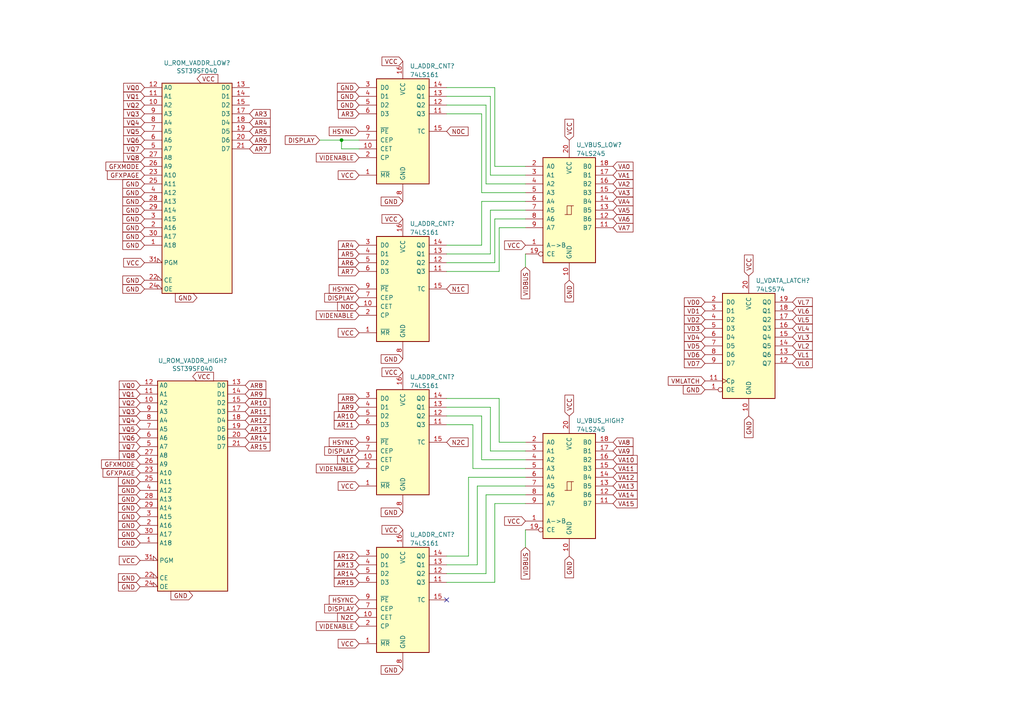
<source format=kicad_sch>
(kicad_sch (version 20211123) (generator eeschema)

  (uuid 11656e31-b85e-4e87-a139-0c9492b6b539)

  (paper "A4")

  (lib_symbols
    (symbol "74xx:74LS161" (pin_names (offset 1.016)) (in_bom yes) (on_board yes)
      (property "Reference" "U" (id 0) (at -7.62 16.51 0)
        (effects (font (size 1.27 1.27)))
      )
      (property "Value" "74LS161" (id 1) (at -7.62 -16.51 0)
        (effects (font (size 1.27 1.27)))
      )
      (property "Footprint" "" (id 2) (at 0 0 0)
        (effects (font (size 1.27 1.27)) hide)
      )
      (property "Datasheet" "http://www.ti.com/lit/gpn/sn74LS161" (id 3) (at 0 0 0)
        (effects (font (size 1.27 1.27)) hide)
      )
      (property "ki_locked" "" (id 4) (at 0 0 0)
        (effects (font (size 1.27 1.27)))
      )
      (property "ki_keywords" "TTL CNT CNT4" (id 5) (at 0 0 0)
        (effects (font (size 1.27 1.27)) hide)
      )
      (property "ki_description" "Synchronous 4-bit programmable binary Counter" (id 6) (at 0 0 0)
        (effects (font (size 1.27 1.27)) hide)
      )
      (property "ki_fp_filters" "DIP?16*" (id 7) (at 0 0 0)
        (effects (font (size 1.27 1.27)) hide)
      )
      (symbol "74LS161_1_0"
        (pin input line (at -12.7 -12.7 0) (length 5.08)
          (name "~{MR}" (effects (font (size 1.27 1.27))))
          (number "1" (effects (font (size 1.27 1.27))))
        )
        (pin input line (at -12.7 -5.08 0) (length 5.08)
          (name "CET" (effects (font (size 1.27 1.27))))
          (number "10" (effects (font (size 1.27 1.27))))
        )
        (pin output line (at 12.7 5.08 180) (length 5.08)
          (name "Q3" (effects (font (size 1.27 1.27))))
          (number "11" (effects (font (size 1.27 1.27))))
        )
        (pin output line (at 12.7 7.62 180) (length 5.08)
          (name "Q2" (effects (font (size 1.27 1.27))))
          (number "12" (effects (font (size 1.27 1.27))))
        )
        (pin output line (at 12.7 10.16 180) (length 5.08)
          (name "Q1" (effects (font (size 1.27 1.27))))
          (number "13" (effects (font (size 1.27 1.27))))
        )
        (pin output line (at 12.7 12.7 180) (length 5.08)
          (name "Q0" (effects (font (size 1.27 1.27))))
          (number "14" (effects (font (size 1.27 1.27))))
        )
        (pin output line (at 12.7 0 180) (length 5.08)
          (name "TC" (effects (font (size 1.27 1.27))))
          (number "15" (effects (font (size 1.27 1.27))))
        )
        (pin power_in line (at 0 20.32 270) (length 5.08)
          (name "VCC" (effects (font (size 1.27 1.27))))
          (number "16" (effects (font (size 1.27 1.27))))
        )
        (pin input line (at -12.7 -7.62 0) (length 5.08)
          (name "CP" (effects (font (size 1.27 1.27))))
          (number "2" (effects (font (size 1.27 1.27))))
        )
        (pin input line (at -12.7 12.7 0) (length 5.08)
          (name "D0" (effects (font (size 1.27 1.27))))
          (number "3" (effects (font (size 1.27 1.27))))
        )
        (pin input line (at -12.7 10.16 0) (length 5.08)
          (name "D1" (effects (font (size 1.27 1.27))))
          (number "4" (effects (font (size 1.27 1.27))))
        )
        (pin input line (at -12.7 7.62 0) (length 5.08)
          (name "D2" (effects (font (size 1.27 1.27))))
          (number "5" (effects (font (size 1.27 1.27))))
        )
        (pin input line (at -12.7 5.08 0) (length 5.08)
          (name "D3" (effects (font (size 1.27 1.27))))
          (number "6" (effects (font (size 1.27 1.27))))
        )
        (pin input line (at -12.7 -2.54 0) (length 5.08)
          (name "CEP" (effects (font (size 1.27 1.27))))
          (number "7" (effects (font (size 1.27 1.27))))
        )
        (pin power_in line (at 0 -20.32 90) (length 5.08)
          (name "GND" (effects (font (size 1.27 1.27))))
          (number "8" (effects (font (size 1.27 1.27))))
        )
        (pin input line (at -12.7 0 0) (length 5.08)
          (name "~{PE}" (effects (font (size 1.27 1.27))))
          (number "9" (effects (font (size 1.27 1.27))))
        )
      )
      (symbol "74LS161_1_1"
        (rectangle (start -7.62 15.24) (end 7.62 -15.24)
          (stroke (width 0.254) (type default) (color 0 0 0 0))
          (fill (type background))
        )
      )
    )
    (symbol "74xx:74LS245" (pin_names (offset 1.016)) (in_bom yes) (on_board yes)
      (property "Reference" "U" (id 0) (at -7.62 16.51 0)
        (effects (font (size 1.27 1.27)))
      )
      (property "Value" "74LS245" (id 1) (at -7.62 -16.51 0)
        (effects (font (size 1.27 1.27)))
      )
      (property "Footprint" "" (id 2) (at 0 0 0)
        (effects (font (size 1.27 1.27)) hide)
      )
      (property "Datasheet" "http://www.ti.com/lit/gpn/sn74LS245" (id 3) (at 0 0 0)
        (effects (font (size 1.27 1.27)) hide)
      )
      (property "ki_locked" "" (id 4) (at 0 0 0)
        (effects (font (size 1.27 1.27)))
      )
      (property "ki_keywords" "TTL BUS 3State" (id 5) (at 0 0 0)
        (effects (font (size 1.27 1.27)) hide)
      )
      (property "ki_description" "Octal BUS Transceivers, 3-State outputs" (id 6) (at 0 0 0)
        (effects (font (size 1.27 1.27)) hide)
      )
      (property "ki_fp_filters" "DIP?20*" (id 7) (at 0 0 0)
        (effects (font (size 1.27 1.27)) hide)
      )
      (symbol "74LS245_1_0"
        (polyline
          (pts
            (xy -0.635 -1.27)
            (xy -0.635 1.27)
            (xy 0.635 1.27)
          )
          (stroke (width 0) (type default) (color 0 0 0 0))
          (fill (type none))
        )
        (polyline
          (pts
            (xy -1.27 -1.27)
            (xy 0.635 -1.27)
            (xy 0.635 1.27)
            (xy 1.27 1.27)
          )
          (stroke (width 0) (type default) (color 0 0 0 0))
          (fill (type none))
        )
        (pin input line (at -12.7 -10.16 0) (length 5.08)
          (name "A->B" (effects (font (size 1.27 1.27))))
          (number "1" (effects (font (size 1.27 1.27))))
        )
        (pin power_in line (at 0 -20.32 90) (length 5.08)
          (name "GND" (effects (font (size 1.27 1.27))))
          (number "10" (effects (font (size 1.27 1.27))))
        )
        (pin tri_state line (at 12.7 -5.08 180) (length 5.08)
          (name "B7" (effects (font (size 1.27 1.27))))
          (number "11" (effects (font (size 1.27 1.27))))
        )
        (pin tri_state line (at 12.7 -2.54 180) (length 5.08)
          (name "B6" (effects (font (size 1.27 1.27))))
          (number "12" (effects (font (size 1.27 1.27))))
        )
        (pin tri_state line (at 12.7 0 180) (length 5.08)
          (name "B5" (effects (font (size 1.27 1.27))))
          (number "13" (effects (font (size 1.27 1.27))))
        )
        (pin tri_state line (at 12.7 2.54 180) (length 5.08)
          (name "B4" (effects (font (size 1.27 1.27))))
          (number "14" (effects (font (size 1.27 1.27))))
        )
        (pin tri_state line (at 12.7 5.08 180) (length 5.08)
          (name "B3" (effects (font (size 1.27 1.27))))
          (number "15" (effects (font (size 1.27 1.27))))
        )
        (pin tri_state line (at 12.7 7.62 180) (length 5.08)
          (name "B2" (effects (font (size 1.27 1.27))))
          (number "16" (effects (font (size 1.27 1.27))))
        )
        (pin tri_state line (at 12.7 10.16 180) (length 5.08)
          (name "B1" (effects (font (size 1.27 1.27))))
          (number "17" (effects (font (size 1.27 1.27))))
        )
        (pin tri_state line (at 12.7 12.7 180) (length 5.08)
          (name "B0" (effects (font (size 1.27 1.27))))
          (number "18" (effects (font (size 1.27 1.27))))
        )
        (pin input inverted (at -12.7 -12.7 0) (length 5.08)
          (name "CE" (effects (font (size 1.27 1.27))))
          (number "19" (effects (font (size 1.27 1.27))))
        )
        (pin tri_state line (at -12.7 12.7 0) (length 5.08)
          (name "A0" (effects (font (size 1.27 1.27))))
          (number "2" (effects (font (size 1.27 1.27))))
        )
        (pin power_in line (at 0 20.32 270) (length 5.08)
          (name "VCC" (effects (font (size 1.27 1.27))))
          (number "20" (effects (font (size 1.27 1.27))))
        )
        (pin tri_state line (at -12.7 10.16 0) (length 5.08)
          (name "A1" (effects (font (size 1.27 1.27))))
          (number "3" (effects (font (size 1.27 1.27))))
        )
        (pin tri_state line (at -12.7 7.62 0) (length 5.08)
          (name "A2" (effects (font (size 1.27 1.27))))
          (number "4" (effects (font (size 1.27 1.27))))
        )
        (pin tri_state line (at -12.7 5.08 0) (length 5.08)
          (name "A3" (effects (font (size 1.27 1.27))))
          (number "5" (effects (font (size 1.27 1.27))))
        )
        (pin tri_state line (at -12.7 2.54 0) (length 5.08)
          (name "A4" (effects (font (size 1.27 1.27))))
          (number "6" (effects (font (size 1.27 1.27))))
        )
        (pin tri_state line (at -12.7 0 0) (length 5.08)
          (name "A5" (effects (font (size 1.27 1.27))))
          (number "7" (effects (font (size 1.27 1.27))))
        )
        (pin tri_state line (at -12.7 -2.54 0) (length 5.08)
          (name "A6" (effects (font (size 1.27 1.27))))
          (number "8" (effects (font (size 1.27 1.27))))
        )
        (pin tri_state line (at -12.7 -5.08 0) (length 5.08)
          (name "A7" (effects (font (size 1.27 1.27))))
          (number "9" (effects (font (size 1.27 1.27))))
        )
      )
      (symbol "74LS245_1_1"
        (rectangle (start -7.62 15.24) (end 7.62 -15.24)
          (stroke (width 0.254) (type default) (color 0 0 0 0))
          (fill (type background))
        )
      )
    )
    (symbol "74xx:74LS574" (pin_names (offset 1.016)) (in_bom yes) (on_board yes)
      (property "Reference" "U" (id 0) (at -7.62 16.51 0)
        (effects (font (size 1.27 1.27)))
      )
      (property "Value" "74LS574" (id 1) (at -7.62 -16.51 0)
        (effects (font (size 1.27 1.27)))
      )
      (property "Footprint" "" (id 2) (at 0 0 0)
        (effects (font (size 1.27 1.27)) hide)
      )
      (property "Datasheet" "http://www.ti.com/lit/gpn/sn74LS574" (id 3) (at 0 0 0)
        (effects (font (size 1.27 1.27)) hide)
      )
      (property "ki_locked" "" (id 4) (at 0 0 0)
        (effects (font (size 1.27 1.27)))
      )
      (property "ki_keywords" "TTL REG DFF DFF8 3State" (id 5) (at 0 0 0)
        (effects (font (size 1.27 1.27)) hide)
      )
      (property "ki_description" "8-bit Register, 3-state outputs" (id 6) (at 0 0 0)
        (effects (font (size 1.27 1.27)) hide)
      )
      (property "ki_fp_filters" "DIP?20*" (id 7) (at 0 0 0)
        (effects (font (size 1.27 1.27)) hide)
      )
      (symbol "74LS574_1_0"
        (pin input inverted (at -12.7 -12.7 0) (length 5.08)
          (name "OE" (effects (font (size 1.27 1.27))))
          (number "1" (effects (font (size 1.27 1.27))))
        )
        (pin power_in line (at 0 -20.32 90) (length 5.08)
          (name "GND" (effects (font (size 1.27 1.27))))
          (number "10" (effects (font (size 1.27 1.27))))
        )
        (pin input clock (at -12.7 -10.16 0) (length 5.08)
          (name "Cp" (effects (font (size 1.27 1.27))))
          (number "11" (effects (font (size 1.27 1.27))))
        )
        (pin tri_state line (at 12.7 -5.08 180) (length 5.08)
          (name "Q7" (effects (font (size 1.27 1.27))))
          (number "12" (effects (font (size 1.27 1.27))))
        )
        (pin tri_state line (at 12.7 -2.54 180) (length 5.08)
          (name "Q6" (effects (font (size 1.27 1.27))))
          (number "13" (effects (font (size 1.27 1.27))))
        )
        (pin tri_state line (at 12.7 0 180) (length 5.08)
          (name "Q5" (effects (font (size 1.27 1.27))))
          (number "14" (effects (font (size 1.27 1.27))))
        )
        (pin tri_state line (at 12.7 2.54 180) (length 5.08)
          (name "Q4" (effects (font (size 1.27 1.27))))
          (number "15" (effects (font (size 1.27 1.27))))
        )
        (pin tri_state line (at 12.7 5.08 180) (length 5.08)
          (name "Q3" (effects (font (size 1.27 1.27))))
          (number "16" (effects (font (size 1.27 1.27))))
        )
        (pin tri_state line (at 12.7 7.62 180) (length 5.08)
          (name "Q2" (effects (font (size 1.27 1.27))))
          (number "17" (effects (font (size 1.27 1.27))))
        )
        (pin tri_state line (at 12.7 10.16 180) (length 5.08)
          (name "Q1" (effects (font (size 1.27 1.27))))
          (number "18" (effects (font (size 1.27 1.27))))
        )
        (pin tri_state line (at 12.7 12.7 180) (length 5.08)
          (name "Q0" (effects (font (size 1.27 1.27))))
          (number "19" (effects (font (size 1.27 1.27))))
        )
        (pin input line (at -12.7 12.7 0) (length 5.08)
          (name "D0" (effects (font (size 1.27 1.27))))
          (number "2" (effects (font (size 1.27 1.27))))
        )
        (pin power_in line (at 0 20.32 270) (length 5.08)
          (name "VCC" (effects (font (size 1.27 1.27))))
          (number "20" (effects (font (size 1.27 1.27))))
        )
        (pin input line (at -12.7 10.16 0) (length 5.08)
          (name "D1" (effects (font (size 1.27 1.27))))
          (number "3" (effects (font (size 1.27 1.27))))
        )
        (pin input line (at -12.7 7.62 0) (length 5.08)
          (name "D2" (effects (font (size 1.27 1.27))))
          (number "4" (effects (font (size 1.27 1.27))))
        )
        (pin input line (at -12.7 5.08 0) (length 5.08)
          (name "D3" (effects (font (size 1.27 1.27))))
          (number "5" (effects (font (size 1.27 1.27))))
        )
        (pin input line (at -12.7 2.54 0) (length 5.08)
          (name "D4" (effects (font (size 1.27 1.27))))
          (number "6" (effects (font (size 1.27 1.27))))
        )
        (pin input line (at -12.7 0 0) (length 5.08)
          (name "D5" (effects (font (size 1.27 1.27))))
          (number "7" (effects (font (size 1.27 1.27))))
        )
        (pin input line (at -12.7 -2.54 0) (length 5.08)
          (name "D6" (effects (font (size 1.27 1.27))))
          (number "8" (effects (font (size 1.27 1.27))))
        )
        (pin input line (at -12.7 -5.08 0) (length 5.08)
          (name "D7" (effects (font (size 1.27 1.27))))
          (number "9" (effects (font (size 1.27 1.27))))
        )
      )
      (symbol "74LS574_1_1"
        (rectangle (start -7.62 15.24) (end 7.62 -15.24)
          (stroke (width 0.254) (type default) (color 0 0 0 0))
          (fill (type background))
        )
      )
    )
    (symbol "Memory_Flash:SST39SF040" (in_bom yes) (on_board yes)
      (property "Reference" "U" (id 0) (at 2.54 33.02 0)
        (effects (font (size 1.27 1.27)))
      )
      (property "Value" "SST39SF040" (id 1) (at 0 -30.48 0)
        (effects (font (size 1.27 1.27)))
      )
      (property "Footprint" "" (id 2) (at 0 7.62 0)
        (effects (font (size 1.27 1.27)) hide)
      )
      (property "Datasheet" "http://ww1.microchip.com/downloads/en/DeviceDoc/25022B.pdf" (id 3) (at 0 7.62 0)
        (effects (font (size 1.27 1.27)) hide)
      )
      (property "ki_keywords" "512k flash rom" (id 4) (at 0 0 0)
        (effects (font (size 1.27 1.27)) hide)
      )
      (property "ki_description" "Silicon Storage Technology (SSF) 512k x 8 Flash ROM" (id 5) (at 0 0 0)
        (effects (font (size 1.27 1.27)) hide)
      )
      (symbol "SST39SF040_0_0"
        (pin power_in line (at 0 -30.48 90) (length 1.27) hide
          (name "GND" (effects (font (size 1.27 1.27))))
          (number "16" (effects (font (size 1.27 1.27))))
        )
        (pin power_in line (at 0 33.02 270) (length 1.27) hide
          (name "VCC" (effects (font (size 1.27 1.27))))
          (number "32" (effects (font (size 1.27 1.27))))
        )
      )
      (symbol "SST39SF040_0_1"
        (rectangle (start -10.16 31.75) (end 10.16 -29.21)
          (stroke (width 0.254) (type default) (color 0 0 0 0))
          (fill (type background))
        )
      )
      (symbol "SST39SF040_1_1"
        (pin input line (at -15.24 -15.24 0) (length 5.08)
          (name "A18" (effects (font (size 1.27 1.27))))
          (number "1" (effects (font (size 1.27 1.27))))
        )
        (pin input line (at -15.24 25.4 0) (length 5.08)
          (name "A2" (effects (font (size 1.27 1.27))))
          (number "10" (effects (font (size 1.27 1.27))))
        )
        (pin input line (at -15.24 27.94 0) (length 5.08)
          (name "A1" (effects (font (size 1.27 1.27))))
          (number "11" (effects (font (size 1.27 1.27))))
        )
        (pin input line (at -15.24 30.48 0) (length 5.08)
          (name "A0" (effects (font (size 1.27 1.27))))
          (number "12" (effects (font (size 1.27 1.27))))
        )
        (pin tri_state line (at 15.24 30.48 180) (length 5.08)
          (name "D0" (effects (font (size 1.27 1.27))))
          (number "13" (effects (font (size 1.27 1.27))))
        )
        (pin tri_state line (at 15.24 27.94 180) (length 5.08)
          (name "D1" (effects (font (size 1.27 1.27))))
          (number "14" (effects (font (size 1.27 1.27))))
        )
        (pin tri_state line (at 15.24 25.4 180) (length 5.08)
          (name "D2" (effects (font (size 1.27 1.27))))
          (number "15" (effects (font (size 1.27 1.27))))
        )
        (pin tri_state line (at 15.24 22.86 180) (length 5.08)
          (name "D3" (effects (font (size 1.27 1.27))))
          (number "17" (effects (font (size 1.27 1.27))))
        )
        (pin tri_state line (at 15.24 20.32 180) (length 5.08)
          (name "D4" (effects (font (size 1.27 1.27))))
          (number "18" (effects (font (size 1.27 1.27))))
        )
        (pin tri_state line (at 15.24 17.78 180) (length 5.08)
          (name "D5" (effects (font (size 1.27 1.27))))
          (number "19" (effects (font (size 1.27 1.27))))
        )
        (pin input line (at -15.24 -10.16 0) (length 5.08)
          (name "A16" (effects (font (size 1.27 1.27))))
          (number "2" (effects (font (size 1.27 1.27))))
        )
        (pin tri_state line (at 15.24 15.24 180) (length 5.08)
          (name "D6" (effects (font (size 1.27 1.27))))
          (number "20" (effects (font (size 1.27 1.27))))
        )
        (pin tri_state line (at 15.24 12.7 180) (length 5.08)
          (name "D7" (effects (font (size 1.27 1.27))))
          (number "21" (effects (font (size 1.27 1.27))))
        )
        (pin input input_low (at -15.24 -25.4 0) (length 5.08)
          (name "CE" (effects (font (size 1.27 1.27))))
          (number "22" (effects (font (size 1.27 1.27))))
        )
        (pin input line (at -15.24 5.08 0) (length 5.08)
          (name "A10" (effects (font (size 1.27 1.27))))
          (number "23" (effects (font (size 1.27 1.27))))
        )
        (pin input input_low (at -15.24 -27.94 0) (length 5.08)
          (name "OE" (effects (font (size 1.27 1.27))))
          (number "24" (effects (font (size 1.27 1.27))))
        )
        (pin input line (at -15.24 2.54 0) (length 5.08)
          (name "A11" (effects (font (size 1.27 1.27))))
          (number "25" (effects (font (size 1.27 1.27))))
        )
        (pin input line (at -15.24 7.62 0) (length 5.08)
          (name "A9" (effects (font (size 1.27 1.27))))
          (number "26" (effects (font (size 1.27 1.27))))
        )
        (pin input line (at -15.24 10.16 0) (length 5.08)
          (name "A8" (effects (font (size 1.27 1.27))))
          (number "27" (effects (font (size 1.27 1.27))))
        )
        (pin input line (at -15.24 -2.54 0) (length 5.08)
          (name "A13" (effects (font (size 1.27 1.27))))
          (number "28" (effects (font (size 1.27 1.27))))
        )
        (pin input line (at -15.24 -5.08 0) (length 5.08)
          (name "A14" (effects (font (size 1.27 1.27))))
          (number "29" (effects (font (size 1.27 1.27))))
        )
        (pin input line (at -15.24 -7.62 0) (length 5.08)
          (name "A15" (effects (font (size 1.27 1.27))))
          (number "3" (effects (font (size 1.27 1.27))))
        )
        (pin input line (at -15.24 -12.7 0) (length 5.08)
          (name "A17" (effects (font (size 1.27 1.27))))
          (number "30" (effects (font (size 1.27 1.27))))
        )
        (pin input input_low (at -15.24 -20.32 0) (length 5.08)
          (name "PGM" (effects (font (size 1.27 1.27))))
          (number "31" (effects (font (size 1.27 1.27))))
        )
        (pin input line (at -15.24 0 0) (length 5.08)
          (name "A12" (effects (font (size 1.27 1.27))))
          (number "4" (effects (font (size 1.27 1.27))))
        )
        (pin input line (at -15.24 12.7 0) (length 5.08)
          (name "A7" (effects (font (size 1.27 1.27))))
          (number "5" (effects (font (size 1.27 1.27))))
        )
        (pin input line (at -15.24 15.24 0) (length 5.08)
          (name "A6" (effects (font (size 1.27 1.27))))
          (number "6" (effects (font (size 1.27 1.27))))
        )
        (pin input line (at -15.24 17.78 0) (length 5.08)
          (name "A5" (effects (font (size 1.27 1.27))))
          (number "7" (effects (font (size 1.27 1.27))))
        )
        (pin input line (at -15.24 20.32 0) (length 5.08)
          (name "A4" (effects (font (size 1.27 1.27))))
          (number "8" (effects (font (size 1.27 1.27))))
        )
        (pin input line (at -15.24 22.86 0) (length 5.08)
          (name "A3" (effects (font (size 1.27 1.27))))
          (number "9" (effects (font (size 1.27 1.27))))
        )
      )
    )
  )


  (junction (at 99.06 40.64) (diameter 0) (color 0 0 0 0)
    (uuid 200555cb-71a9-40ce-897a-0ecc1fcb8f08)
  )

  (no_connect (at 129.54 173.99) (uuid 242e2715-b16d-4376-b013-f43570cb0fc6))

  (wire (pts (xy 143.51 76.2) (xy 143.51 63.5))
    (stroke (width 0) (type default) (color 0 0 0 0))
    (uuid 0069d703-00e1-4a37-9914-edf8ba6beff2)
  )
  (wire (pts (xy 140.97 143.51) (xy 152.4 143.51))
    (stroke (width 0) (type default) (color 0 0 0 0))
    (uuid 08777c7d-46f4-4aef-adb7-d00b533e3d37)
  )
  (wire (pts (xy 129.54 168.91) (xy 143.51 168.91))
    (stroke (width 0) (type default) (color 0 0 0 0))
    (uuid 127f9903-8107-4289-9bdb-293ee2f8b97b)
  )
  (wire (pts (xy 139.7 58.42) (xy 152.4 58.42))
    (stroke (width 0) (type default) (color 0 0 0 0))
    (uuid 14cf4ee0-3799-4618-9e27-8e810113af60)
  )
  (wire (pts (xy 104.14 43.18) (xy 99.06 43.18))
    (stroke (width 0) (type default) (color 0 0 0 0))
    (uuid 195525ac-f617-410c-a7e2-6ec6149148a5)
  )
  (wire (pts (xy 142.24 60.96) (xy 152.4 60.96))
    (stroke (width 0) (type default) (color 0 0 0 0))
    (uuid 19c6e214-f6ee-4570-b778-67846d315bf8)
  )
  (wire (pts (xy 129.54 161.29) (xy 135.89 161.29))
    (stroke (width 0) (type default) (color 0 0 0 0))
    (uuid 1a63f2f2-41c0-41d9-839e-d788203fd153)
  )
  (wire (pts (xy 139.7 55.88) (xy 152.4 55.88))
    (stroke (width 0) (type default) (color 0 0 0 0))
    (uuid 1bc2553b-adf8-4c29-a1e5-c8d7bec90c17)
  )
  (wire (pts (xy 142.24 118.11) (xy 142.24 130.81))
    (stroke (width 0) (type default) (color 0 0 0 0))
    (uuid 1cf1ce03-3b3a-4b6b-acad-b47bab089aaa)
  )
  (wire (pts (xy 140.97 166.37) (xy 140.97 143.51))
    (stroke (width 0) (type default) (color 0 0 0 0))
    (uuid 1e1de3de-e358-42ad-99eb-e75d5a2d2b14)
  )
  (wire (pts (xy 142.24 27.94) (xy 142.24 50.8))
    (stroke (width 0) (type default) (color 0 0 0 0))
    (uuid 2549fa0c-e853-44fe-a108-39713720f4f3)
  )
  (wire (pts (xy 143.51 25.4) (xy 143.51 48.26))
    (stroke (width 0) (type default) (color 0 0 0 0))
    (uuid 259228a3-dbf2-4ae1-adf7-10da60f4ce67)
  )
  (wire (pts (xy 129.54 115.57) (xy 144.78 115.57))
    (stroke (width 0) (type default) (color 0 0 0 0))
    (uuid 279a91df-e218-44d8-afc7-1513cbe32d03)
  )
  (wire (pts (xy 129.54 30.48) (xy 140.97 30.48))
    (stroke (width 0) (type default) (color 0 0 0 0))
    (uuid 35da0466-0d36-409f-959a-4fd51802a06c)
  )
  (wire (pts (xy 144.78 78.74) (xy 144.78 66.04))
    (stroke (width 0) (type default) (color 0 0 0 0))
    (uuid 37cc1a1c-dc77-4e1d-9898-f7aaf2f61a7f)
  )
  (wire (pts (xy 142.24 130.81) (xy 152.4 130.81))
    (stroke (width 0) (type default) (color 0 0 0 0))
    (uuid 3fe95ac4-c649-4a79-8d5a-40b318d1ae72)
  )
  (wire (pts (xy 129.54 25.4) (xy 143.51 25.4))
    (stroke (width 0) (type default) (color 0 0 0 0))
    (uuid 4b8c314e-2490-41e8-8544-28c495a773d7)
  )
  (wire (pts (xy 143.51 146.05) (xy 152.4 146.05))
    (stroke (width 0) (type default) (color 0 0 0 0))
    (uuid 4c7a1b04-e227-4618-b098-fc00962faa3e)
  )
  (wire (pts (xy 139.7 71.12) (xy 139.7 58.42))
    (stroke (width 0) (type default) (color 0 0 0 0))
    (uuid 4ccb0ec1-2837-46b2-b358-dccbc68af3f5)
  )
  (wire (pts (xy 129.54 27.94) (xy 142.24 27.94))
    (stroke (width 0) (type default) (color 0 0 0 0))
    (uuid 58c2ab50-29bf-475f-8ae8-c9851d13c115)
  )
  (wire (pts (xy 142.24 50.8) (xy 152.4 50.8))
    (stroke (width 0) (type default) (color 0 0 0 0))
    (uuid 59a99bbe-271b-4502-b5d0-d131bd881c4f)
  )
  (wire (pts (xy 137.16 135.89) (xy 152.4 135.89))
    (stroke (width 0) (type default) (color 0 0 0 0))
    (uuid 5c968102-054d-4710-aa4f-b1252995ed72)
  )
  (wire (pts (xy 144.78 66.04) (xy 152.4 66.04))
    (stroke (width 0) (type default) (color 0 0 0 0))
    (uuid 60ccb4dc-6e07-4015-b2d6-262bc5f60f44)
  )
  (wire (pts (xy 138.43 140.97) (xy 152.4 140.97))
    (stroke (width 0) (type default) (color 0 0 0 0))
    (uuid 62783665-9553-461b-86db-df555b1dfefd)
  )
  (wire (pts (xy 139.7 33.02) (xy 139.7 55.88))
    (stroke (width 0) (type default) (color 0 0 0 0))
    (uuid 653870a8-a39a-4aa4-b2ad-34757fe4540e)
  )
  (wire (pts (xy 129.54 78.74) (xy 144.78 78.74))
    (stroke (width 0) (type default) (color 0 0 0 0))
    (uuid 67ffae8e-d687-4811-bc16-58962886f8b7)
  )
  (wire (pts (xy 140.97 30.48) (xy 140.97 53.34))
    (stroke (width 0) (type default) (color 0 0 0 0))
    (uuid 7ea5370f-80eb-4726-b898-d0621afcf124)
  )
  (wire (pts (xy 129.54 73.66) (xy 142.24 73.66))
    (stroke (width 0) (type default) (color 0 0 0 0))
    (uuid 8106777c-a150-4935-b124-4f41ddefd0bd)
  )
  (wire (pts (xy 144.78 115.57) (xy 144.78 128.27))
    (stroke (width 0) (type default) (color 0 0 0 0))
    (uuid 84fd51b4-aa7f-4dcc-802e-74dec6772056)
  )
  (wire (pts (xy 137.16 123.19) (xy 137.16 135.89))
    (stroke (width 0) (type default) (color 0 0 0 0))
    (uuid 85459611-2c82-4ddf-907f-89b3a291f85a)
  )
  (wire (pts (xy 139.7 120.65) (xy 139.7 133.35))
    (stroke (width 0) (type default) (color 0 0 0 0))
    (uuid 8882a14a-ab95-4ab1-b4dc-d38ebf472514)
  )
  (wire (pts (xy 143.51 168.91) (xy 143.51 146.05))
    (stroke (width 0) (type default) (color 0 0 0 0))
    (uuid 8c22f3fa-098a-40f6-adaa-cbcd355a6fe3)
  )
  (wire (pts (xy 142.24 73.66) (xy 142.24 60.96))
    (stroke (width 0) (type default) (color 0 0 0 0))
    (uuid afca3ce8-4d05-4e6e-a526-6674d9015e1b)
  )
  (wire (pts (xy 144.78 128.27) (xy 152.4 128.27))
    (stroke (width 0) (type default) (color 0 0 0 0))
    (uuid b1e59cf8-d7af-422c-9845-62f7911f72a7)
  )
  (wire (pts (xy 129.54 76.2) (xy 143.51 76.2))
    (stroke (width 0) (type default) (color 0 0 0 0))
    (uuid b7fed60e-666d-416c-98dd-8e7f49c9756c)
  )
  (wire (pts (xy 139.7 133.35) (xy 152.4 133.35))
    (stroke (width 0) (type default) (color 0 0 0 0))
    (uuid bde2eba7-ef5e-41c0-b90c-e6729754878c)
  )
  (wire (pts (xy 92.71 40.64) (xy 99.06 40.64))
    (stroke (width 0) (type default) (color 0 0 0 0))
    (uuid c0fce366-e7e5-40e4-b68a-560de2a9e823)
  )
  (wire (pts (xy 129.54 123.19) (xy 137.16 123.19))
    (stroke (width 0) (type default) (color 0 0 0 0))
    (uuid c1b1efb6-5bdb-4580-aca0-ac3151054d1f)
  )
  (wire (pts (xy 140.97 53.34) (xy 152.4 53.34))
    (stroke (width 0) (type default) (color 0 0 0 0))
    (uuid c3096920-f28f-469e-b02d-1aef3f3fe5e6)
  )
  (wire (pts (xy 143.51 48.26) (xy 152.4 48.26))
    (stroke (width 0) (type default) (color 0 0 0 0))
    (uuid c35ecd4a-73bb-4ab7-b7b3-5103aed20ba2)
  )
  (wire (pts (xy 143.51 63.5) (xy 152.4 63.5))
    (stroke (width 0) (type default) (color 0 0 0 0))
    (uuid c54574fd-ce40-4240-a167-7902467fc8b6)
  )
  (wire (pts (xy 129.54 71.12) (xy 139.7 71.12))
    (stroke (width 0) (type default) (color 0 0 0 0))
    (uuid cacfdeef-5e27-41e7-a9bb-b2b46f71b5b1)
  )
  (wire (pts (xy 152.4 158.75) (xy 152.4 153.67))
    (stroke (width 0) (type default) (color 0 0 0 0))
    (uuid cbbbf3c0-7e6e-4d67-857f-2ca7855459ee)
  )
  (wire (pts (xy 152.4 77.47) (xy 152.4 73.66))
    (stroke (width 0) (type default) (color 0 0 0 0))
    (uuid cd9c8d16-2085-4c03-a36b-3db98bb1b286)
  )
  (wire (pts (xy 129.54 163.83) (xy 138.43 163.83))
    (stroke (width 0) (type default) (color 0 0 0 0))
    (uuid cef157ee-04cf-4692-8344-2634dd10e801)
  )
  (wire (pts (xy 138.43 163.83) (xy 138.43 140.97))
    (stroke (width 0) (type default) (color 0 0 0 0))
    (uuid d491dcba-a1e7-45ae-a2fb-1c6003d4d70a)
  )
  (wire (pts (xy 129.54 33.02) (xy 139.7 33.02))
    (stroke (width 0) (type default) (color 0 0 0 0))
    (uuid d739a103-1699-440a-ae62-b8bf73c4d3fc)
  )
  (wire (pts (xy 99.06 40.64) (xy 104.14 40.64))
    (stroke (width 0) (type default) (color 0 0 0 0))
    (uuid dbcc7a83-ed74-4fae-b31b-abe305cde626)
  )
  (wire (pts (xy 135.89 138.43) (xy 152.4 138.43))
    (stroke (width 0) (type default) (color 0 0 0 0))
    (uuid e34d39a4-069e-4d6c-95ff-72b15e5dfd4f)
  )
  (wire (pts (xy 129.54 166.37) (xy 140.97 166.37))
    (stroke (width 0) (type default) (color 0 0 0 0))
    (uuid e42180c0-9899-4a5f-a3ca-53f1b0f866be)
  )
  (wire (pts (xy 135.89 161.29) (xy 135.89 138.43))
    (stroke (width 0) (type default) (color 0 0 0 0))
    (uuid e6fdab1f-d1a0-4667-8b58-7992994ec84c)
  )
  (wire (pts (xy 129.54 120.65) (xy 139.7 120.65))
    (stroke (width 0) (type default) (color 0 0 0 0))
    (uuid f0832c36-65b8-496c-938c-c84b9708a807)
  )
  (wire (pts (xy 129.54 118.11) (xy 142.24 118.11))
    (stroke (width 0) (type default) (color 0 0 0 0))
    (uuid f4d5b88c-5855-4483-afb3-2f8f5cf5f64b)
  )
  (wire (pts (xy 99.06 43.18) (xy 99.06 40.64))
    (stroke (width 0) (type default) (color 0 0 0 0))
    (uuid f5b506af-df3c-4e2b-a84f-b1c65a5f6779)
  )

  (global_label "VCC" (shape input) (at 152.4 151.13 180) (fields_autoplaced)
    (effects (font (size 1.27 1.27)) (justify right))
    (uuid 00f4b6ba-0140-4f3d-8c3b-5a2e0951c7e7)
    (property "Intersheet References" "${INTERSHEET_REFS}" (id 0) (at 146.3583 151.2094 0)
      (effects (font (size 1.27 1.27)) (justify right) hide)
    )
  )
  (global_label "VL4" (shape input) (at 229.87 95.25 0) (fields_autoplaced)
    (effects (font (size 1.27 1.27)) (justify left))
    (uuid 01163472-3ffd-47f5-a68a-8ac26869b331)
    (property "Intersheet References" "${INTERSHEET_REFS}" (id 0) (at 235.6093 95.3294 0)
      (effects (font (size 1.27 1.27)) (justify left) hide)
    )
  )
  (global_label "VQ1" (shape input) (at 41.91 27.94 180) (fields_autoplaced)
    (effects (font (size 1.27 1.27)) (justify right))
    (uuid 02e61b31-e4c1-4fdb-b67f-f457a143bd55)
    (property "Intersheet References" "${INTERSHEET_REFS}" (id 0) (at 35.8683 28.0194 0)
      (effects (font (size 1.27 1.27)) (justify right) hide)
    )
  )
  (global_label "VD0" (shape input) (at 204.47 87.63 180) (fields_autoplaced)
    (effects (font (size 1.27 1.27)) (justify right))
    (uuid 035b7d31-0fc6-4ebd-9248-aafd408acee2)
    (property "Intersheet References" "${INTERSHEET_REFS}" (id 0) (at 198.4888 87.5506 0)
      (effects (font (size 1.27 1.27)) (justify right) hide)
    )
  )
  (global_label "AR7" (shape input) (at 72.39 43.18 0) (fields_autoplaced)
    (effects (font (size 1.27 1.27)) (justify left))
    (uuid 035ffee1-38be-4442-96d8-34ce3a649ccf)
    (property "Intersheet References" "${INTERSHEET_REFS}" (id 0) (at 78.3712 43.2594 0)
      (effects (font (size 1.27 1.27)) (justify left) hide)
    )
  )
  (global_label "AR8" (shape input) (at 104.14 115.57 180) (fields_autoplaced)
    (effects (font (size 1.27 1.27)) (justify right))
    (uuid 0505f5b9-e644-4998-846c-82e4f2ddeef6)
    (property "Intersheet References" "${INTERSHEET_REFS}" (id 0) (at 98.1588 115.4906 0)
      (effects (font (size 1.27 1.27)) (justify right) hide)
    )
  )
  (global_label "AR11" (shape input) (at 104.14 123.19 180) (fields_autoplaced)
    (effects (font (size 1.27 1.27)) (justify right))
    (uuid 05513f70-b9d3-4848-90ed-f020284c211a)
    (property "Intersheet References" "${INTERSHEET_REFS}" (id 0) (at 96.9493 123.1106 0)
      (effects (font (size 1.27 1.27)) (justify right) hide)
    )
  )
  (global_label "GND" (shape input) (at 41.91 63.5 180) (fields_autoplaced)
    (effects (font (size 1.27 1.27)) (justify right))
    (uuid 070dd2d8-2905-43f1-84c3-b732e6db5acb)
    (property "Intersheet References" "${INTERSHEET_REFS}" (id 0) (at 35.6264 63.5794 0)
      (effects (font (size 1.27 1.27)) (justify right) hide)
    )
  )
  (global_label "VCC" (shape input) (at 57.15 22.86 0) (fields_autoplaced)
    (effects (font (size 1.27 1.27)) (justify left))
    (uuid 094dc4d7-5cb7-418e-b720-c75f42d53df5)
    (property "Intersheet References" "${INTERSHEET_REFS}" (id 0) (at 63.1917 22.7806 0)
      (effects (font (size 1.27 1.27)) (justify left) hide)
    )
  )
  (global_label "VA3" (shape input) (at 177.8 55.88 0) (fields_autoplaced)
    (effects (font (size 1.27 1.27)) (justify left))
    (uuid 0c166fbb-73ed-48e8-889a-e1702cdfa17f)
    (property "Intersheet References" "${INTERSHEET_REFS}" (id 0) (at 183.5998 55.8006 0)
      (effects (font (size 1.27 1.27)) (justify left) hide)
    )
  )
  (global_label "VD3" (shape input) (at 204.47 95.25 180) (fields_autoplaced)
    (effects (font (size 1.27 1.27)) (justify right))
    (uuid 0e320c80-141e-4fdf-81e2-98239eb8d012)
    (property "Intersheet References" "${INTERSHEET_REFS}" (id 0) (at 198.4888 95.1706 0)
      (effects (font (size 1.27 1.27)) (justify right) hide)
    )
  )
  (global_label "VA6" (shape input) (at 177.8 63.5 0) (fields_autoplaced)
    (effects (font (size 1.27 1.27)) (justify left))
    (uuid 0e435386-73e1-4a40-8781-a71ddd0fe1ce)
    (property "Intersheet References" "${INTERSHEET_REFS}" (id 0) (at 183.5998 63.4206 0)
      (effects (font (size 1.27 1.27)) (justify left) hide)
    )
  )
  (global_label "GND" (shape input) (at 104.14 30.48 180) (fields_autoplaced)
    (effects (font (size 1.27 1.27)) (justify right))
    (uuid 118e6787-ea52-40ec-a7dc-1e548ccec01d)
    (property "Intersheet References" "${INTERSHEET_REFS}" (id 0) (at 97.8564 30.4006 0)
      (effects (font (size 1.27 1.27)) (justify right) hide)
    )
  )
  (global_label "VIDENABLE" (shape input) (at 104.14 135.89 180) (fields_autoplaced)
    (effects (font (size 1.27 1.27)) (justify right))
    (uuid 12c14c2e-6208-4dcd-b44c-6d5a85a6403b)
    (property "Intersheet References" "${INTERSHEET_REFS}" (id 0) (at 91.7483 135.8106 0)
      (effects (font (size 1.27 1.27)) (justify right) hide)
    )
  )
  (global_label "AR14" (shape input) (at 71.12 127 0) (fields_autoplaced)
    (effects (font (size 1.27 1.27)) (justify left))
    (uuid 12f4da33-b711-47f5-a6f5-9651400b07c8)
    (property "Intersheet References" "${INTERSHEET_REFS}" (id 0) (at 78.3107 127.0794 0)
      (effects (font (size 1.27 1.27)) (justify left) hide)
    )
  )
  (global_label "AR6" (shape input) (at 72.39 40.64 0) (fields_autoplaced)
    (effects (font (size 1.27 1.27)) (justify left))
    (uuid 15a15b96-c964-4ece-9b69-e39b7cfde3b4)
    (property "Intersheet References" "${INTERSHEET_REFS}" (id 0) (at 78.3712 40.7194 0)
      (effects (font (size 1.27 1.27)) (justify left) hide)
    )
  )
  (global_label "VQ5" (shape input) (at 40.64 124.46 180) (fields_autoplaced)
    (effects (font (size 1.27 1.27)) (justify right))
    (uuid 168aea94-5ee7-4124-affc-577fb36116e7)
    (property "Intersheet References" "${INTERSHEET_REFS}" (id 0) (at 34.5983 124.5394 0)
      (effects (font (size 1.27 1.27)) (justify right) hide)
    )
  )
  (global_label "VD4" (shape input) (at 204.47 97.79 180) (fields_autoplaced)
    (effects (font (size 1.27 1.27)) (justify right))
    (uuid 1a9a56cd-45b7-49e7-a06b-9ce74c15bbfb)
    (property "Intersheet References" "${INTERSHEET_REFS}" (id 0) (at 198.4888 97.7106 0)
      (effects (font (size 1.27 1.27)) (justify right) hide)
    )
  )
  (global_label "GFXPAGE" (shape input) (at 41.91 50.8 180) (fields_autoplaced)
    (effects (font (size 1.27 1.27)) (justify right))
    (uuid 1b074a27-b771-4fd7-b16d-87baa0203302)
    (property "Intersheet References" "${INTERSHEET_REFS}" (id 0) (at 31.1512 50.7206 0)
      (effects (font (size 1.27 1.27)) (justify right) hide)
    )
  )
  (global_label "N0C" (shape input) (at 129.54 38.1 0) (fields_autoplaced)
    (effects (font (size 1.27 1.27)) (justify left))
    (uuid 1d54f3f7-48ad-4c75-a74a-c70b0914a679)
    (property "Intersheet References" "${INTERSHEET_REFS}" (id 0) (at 135.7631 38.0206 0)
      (effects (font (size 1.27 1.27)) (justify left) hide)
    )
  )
  (global_label "AR15" (shape input) (at 104.14 168.91 180) (fields_autoplaced)
    (effects (font (size 1.27 1.27)) (justify right))
    (uuid 1f45ca02-5714-4cfd-8cbd-57148b6eff94)
    (property "Intersheet References" "${INTERSHEET_REFS}" (id 0) (at 96.9493 168.8306 0)
      (effects (font (size 1.27 1.27)) (justify right) hide)
    )
  )
  (global_label "VD1" (shape input) (at 204.47 90.17 180) (fields_autoplaced)
    (effects (font (size 1.27 1.27)) (justify right))
    (uuid 1fa617c5-e2d8-4a24-a54b-2486e26f4fb0)
    (property "Intersheet References" "${INTERSHEET_REFS}" (id 0) (at 198.4888 90.0906 0)
      (effects (font (size 1.27 1.27)) (justify right) hide)
    )
  )
  (global_label "VL7" (shape input) (at 229.87 87.63 0) (fields_autoplaced)
    (effects (font (size 1.27 1.27)) (justify left))
    (uuid 200996f6-6cb4-414b-a5e2-3fcffcf55024)
    (property "Intersheet References" "${INTERSHEET_REFS}" (id 0) (at 235.6093 87.7094 0)
      (effects (font (size 1.27 1.27)) (justify left) hide)
    )
  )
  (global_label "VL2" (shape input) (at 229.87 100.33 0) (fields_autoplaced)
    (effects (font (size 1.27 1.27)) (justify left))
    (uuid 20f31fd8-72fb-4988-bc71-cce3a5116204)
    (property "Intersheet References" "${INTERSHEET_REFS}" (id 0) (at 235.6093 100.4094 0)
      (effects (font (size 1.27 1.27)) (justify left) hide)
    )
  )
  (global_label "AR9" (shape input) (at 104.14 118.11 180) (fields_autoplaced)
    (effects (font (size 1.27 1.27)) (justify right))
    (uuid 21a285bc-2dec-4c77-8131-67c3acbc3dab)
    (property "Intersheet References" "${INTERSHEET_REFS}" (id 0) (at 98.1588 118.0306 0)
      (effects (font (size 1.27 1.27)) (justify right) hide)
    )
  )
  (global_label "GND" (shape input) (at 40.64 139.7 180) (fields_autoplaced)
    (effects (font (size 1.27 1.27)) (justify right))
    (uuid 245f3b61-c395-4be3-aabf-ccf8698a8b8a)
    (property "Intersheet References" "${INTERSHEET_REFS}" (id 0) (at 34.3564 139.7794 0)
      (effects (font (size 1.27 1.27)) (justify right) hide)
    )
  )
  (global_label "VQ2" (shape input) (at 41.91 30.48 180) (fields_autoplaced)
    (effects (font (size 1.27 1.27)) (justify right))
    (uuid 258bd1ea-65cb-44ae-b4bb-5db0ba2be7ef)
    (property "Intersheet References" "${INTERSHEET_REFS}" (id 0) (at 35.8683 30.5594 0)
      (effects (font (size 1.27 1.27)) (justify right) hide)
    )
  )
  (global_label "VA5" (shape input) (at 177.8 60.96 0) (fields_autoplaced)
    (effects (font (size 1.27 1.27)) (justify left))
    (uuid 25aa9343-b217-4712-8c65-a01bc6ec3d25)
    (property "Intersheet References" "${INTERSHEET_REFS}" (id 0) (at 183.5998 60.8806 0)
      (effects (font (size 1.27 1.27)) (justify left) hide)
    )
  )
  (global_label "VQ0" (shape input) (at 41.91 25.4 180) (fields_autoplaced)
    (effects (font (size 1.27 1.27)) (justify right))
    (uuid 2b22fad3-587a-4fe9-a607-cd1a32d380e3)
    (property "Intersheet References" "${INTERSHEET_REFS}" (id 0) (at 35.8683 25.4794 0)
      (effects (font (size 1.27 1.27)) (justify right) hide)
    )
  )
  (global_label "GFXMODE" (shape input) (at 41.91 48.26 180) (fields_autoplaced)
    (effects (font (size 1.27 1.27)) (justify right))
    (uuid 2dece525-1e7a-44bf-832d-47b34d78e9f7)
    (property "Intersheet References" "${INTERSHEET_REFS}" (id 0) (at 30.7279 48.1806 0)
      (effects (font (size 1.27 1.27)) (justify right) hide)
    )
  )
  (global_label "VQ7" (shape input) (at 40.64 129.54 180) (fields_autoplaced)
    (effects (font (size 1.27 1.27)) (justify right))
    (uuid 2e3bfd43-c64b-43a6-97f4-bb7c70e0d39a)
    (property "Intersheet References" "${INTERSHEET_REFS}" (id 0) (at 34.5983 129.4606 0)
      (effects (font (size 1.27 1.27)) (justify right) hide)
    )
  )
  (global_label "N2C" (shape input) (at 104.14 179.07 180) (fields_autoplaced)
    (effects (font (size 1.27 1.27)) (justify right))
    (uuid 2f6ade1a-c3e2-44c0-a09e-cbf47523e406)
    (property "Intersheet References" "${INTERSHEET_REFS}" (id 0) (at 97.9169 178.9906 0)
      (effects (font (size 1.27 1.27)) (justify right) hide)
    )
  )
  (global_label "AR12" (shape input) (at 71.12 121.92 0) (fields_autoplaced)
    (effects (font (size 1.27 1.27)) (justify left))
    (uuid 3105b094-3a05-44d5-95c2-513f700aa63e)
    (property "Intersheet References" "${INTERSHEET_REFS}" (id 0) (at 78.3107 121.9994 0)
      (effects (font (size 1.27 1.27)) (justify left) hide)
    )
  )
  (global_label "VA9" (shape input) (at 177.8 130.81 0) (fields_autoplaced)
    (effects (font (size 1.27 1.27)) (justify left))
    (uuid 32266d7e-c05a-4f22-b205-f8ce655c42ba)
    (property "Intersheet References" "${INTERSHEET_REFS}" (id 0) (at 183.5998 130.7306 0)
      (effects (font (size 1.27 1.27)) (justify left) hide)
    )
  )
  (global_label "AR4" (shape input) (at 104.14 71.12 180) (fields_autoplaced)
    (effects (font (size 1.27 1.27)) (justify right))
    (uuid 34afe32d-73c8-4a9f-924a-2dadeebb5917)
    (property "Intersheet References" "${INTERSHEET_REFS}" (id 0) (at 98.1588 71.0406 0)
      (effects (font (size 1.27 1.27)) (justify right) hide)
    )
  )
  (global_label "GFXMODE" (shape input) (at 40.64 134.62 180) (fields_autoplaced)
    (effects (font (size 1.27 1.27)) (justify right))
    (uuid 3547ac1f-d4e9-4a91-b419-49e840f2a070)
    (property "Intersheet References" "${INTERSHEET_REFS}" (id 0) (at 29.4579 134.5406 0)
      (effects (font (size 1.27 1.27)) (justify right) hide)
    )
  )
  (global_label "VCC" (shape input) (at 217.17 80.01 90) (fields_autoplaced)
    (effects (font (size 1.27 1.27)) (justify left))
    (uuid 41984410-b02b-4837-9b5b-ccc4329bb95e)
    (property "Intersheet References" "${INTERSHEET_REFS}" (id 0) (at 217.0906 73.9683 90)
      (effects (font (size 1.27 1.27)) (justify left) hide)
    )
  )
  (global_label "GND" (shape input) (at 165.1 161.29 270) (fields_autoplaced)
    (effects (font (size 1.27 1.27)) (justify right))
    (uuid 44a16db6-267c-46e3-9fb7-f75c0da6f106)
    (property "Intersheet References" "${INTERSHEET_REFS}" (id 0) (at 165.0206 167.5736 90)
      (effects (font (size 1.27 1.27)) (justify right) hide)
    )
  )
  (global_label "VIDENABLE" (shape input) (at 104.14 45.72 180) (fields_autoplaced)
    (effects (font (size 1.27 1.27)) (justify right))
    (uuid 45d2a49f-ac63-4f7b-b455-04b252b04dbe)
    (property "Intersheet References" "${INTERSHEET_REFS}" (id 0) (at 91.7483 45.6406 0)
      (effects (font (size 1.27 1.27)) (justify right) hide)
    )
  )
  (global_label "AR7" (shape input) (at 104.14 78.74 180) (fields_autoplaced)
    (effects (font (size 1.27 1.27)) (justify right))
    (uuid 465baa89-b7e6-4227-a94e-3c154ff3ea39)
    (property "Intersheet References" "${INTERSHEET_REFS}" (id 0) (at 98.1588 78.6606 0)
      (effects (font (size 1.27 1.27)) (justify right) hide)
    )
  )
  (global_label "VCC" (shape input) (at 116.84 107.95 180) (fields_autoplaced)
    (effects (font (size 1.27 1.27)) (justify right))
    (uuid 47d463d5-4322-4573-b36b-f5fbc69b7821)
    (property "Intersheet References" "${INTERSHEET_REFS}" (id 0) (at 110.7983 108.0294 0)
      (effects (font (size 1.27 1.27)) (justify right) hide)
    )
  )
  (global_label "AR3" (shape input) (at 72.39 33.02 0) (fields_autoplaced)
    (effects (font (size 1.27 1.27)) (justify left))
    (uuid 4824057b-41d6-4b4f-a9e1-82d12e1a8185)
    (property "Intersheet References" "${INTERSHEET_REFS}" (id 0) (at 78.3712 33.0994 0)
      (effects (font (size 1.27 1.27)) (justify left) hide)
    )
  )
  (global_label "VA8" (shape input) (at 177.8 128.27 0) (fields_autoplaced)
    (effects (font (size 1.27 1.27)) (justify left))
    (uuid 4a272cb1-cdae-4db9-aa05-a50e3441367c)
    (property "Intersheet References" "${INTERSHEET_REFS}" (id 0) (at 183.5998 128.1906 0)
      (effects (font (size 1.27 1.27)) (justify left) hide)
    )
  )
  (global_label "AR5" (shape input) (at 104.14 73.66 180) (fields_autoplaced)
    (effects (font (size 1.27 1.27)) (justify right))
    (uuid 4b27f52d-fada-42ac-be26-7635df46cec6)
    (property "Intersheet References" "${INTERSHEET_REFS}" (id 0) (at 98.1588 73.5806 0)
      (effects (font (size 1.27 1.27)) (justify right) hide)
    )
  )
  (global_label "DISPLAY" (shape input) (at 104.14 176.53 180) (fields_autoplaced)
    (effects (font (size 1.27 1.27)) (justify right))
    (uuid 4b964065-ab36-4517-9d4a-80f745392660)
    (property "Intersheet References" "${INTERSHEET_REFS}" (id 0) (at 94.1674 176.4506 0)
      (effects (font (size 1.27 1.27)) (justify right) hide)
    )
  )
  (global_label "AR6" (shape input) (at 104.14 76.2 180) (fields_autoplaced)
    (effects (font (size 1.27 1.27)) (justify right))
    (uuid 4bc2b141-1070-4457-9aba-66d393e6d222)
    (property "Intersheet References" "${INTERSHEET_REFS}" (id 0) (at 98.1588 76.1206 0)
      (effects (font (size 1.27 1.27)) (justify right) hide)
    )
  )
  (global_label "GND" (shape input) (at 217.17 120.65 270) (fields_autoplaced)
    (effects (font (size 1.27 1.27)) (justify right))
    (uuid 4c6d97b5-fa21-4ea3-84de-bc88142e4b6b)
    (property "Intersheet References" "${INTERSHEET_REFS}" (id 0) (at 217.0906 126.9336 90)
      (effects (font (size 1.27 1.27)) (justify right) hide)
    )
  )
  (global_label "DISPLAY" (shape input) (at 104.14 130.81 180) (fields_autoplaced)
    (effects (font (size 1.27 1.27)) (justify right))
    (uuid 4dc4789d-a510-4f7e-825f-83dcfbc6aa53)
    (property "Intersheet References" "${INTERSHEET_REFS}" (id 0) (at 94.1674 130.7306 0)
      (effects (font (size 1.27 1.27)) (justify right) hide)
    )
  )
  (global_label "VA7" (shape input) (at 177.8 66.04 0) (fields_autoplaced)
    (effects (font (size 1.27 1.27)) (justify left))
    (uuid 4fc14e41-8bed-40d4-abe7-b139b7902868)
    (property "Intersheet References" "${INTERSHEET_REFS}" (id 0) (at 183.5998 65.9606 0)
      (effects (font (size 1.27 1.27)) (justify left) hide)
    )
  )
  (global_label "GND" (shape input) (at 40.64 142.24 180) (fields_autoplaced)
    (effects (font (size 1.27 1.27)) (justify right))
    (uuid 534416de-7b63-4f56-93e5-d453c87efbd0)
    (property "Intersheet References" "${INTERSHEET_REFS}" (id 0) (at 34.3564 142.1606 0)
      (effects (font (size 1.27 1.27)) (justify right) hide)
    )
  )
  (global_label "VMLATCH" (shape input) (at 204.47 110.49 180) (fields_autoplaced)
    (effects (font (size 1.27 1.27)) (justify right))
    (uuid 535fe548-fe44-4dc9-b84e-001e6fe267b1)
    (property "Intersheet References" "${INTERSHEET_REFS}" (id 0) (at 193.8321 110.4106 0)
      (effects (font (size 1.27 1.27)) (justify right) hide)
    )
  )
  (global_label "AR15" (shape input) (at 71.12 129.54 0) (fields_autoplaced)
    (effects (font (size 1.27 1.27)) (justify left))
    (uuid 53ab677a-c69c-43a2-a42f-6a586f645636)
    (property "Intersheet References" "${INTERSHEET_REFS}" (id 0) (at 78.3107 129.6194 0)
      (effects (font (size 1.27 1.27)) (justify left) hide)
    )
  )
  (global_label "DISPLAY" (shape input) (at 104.14 86.36 180) (fields_autoplaced)
    (effects (font (size 1.27 1.27)) (justify right))
    (uuid 53dd136f-df6f-41db-bd95-8d502c46fb6b)
    (property "Intersheet References" "${INTERSHEET_REFS}" (id 0) (at 94.1674 86.2806 0)
      (effects (font (size 1.27 1.27)) (justify right) hide)
    )
  )
  (global_label "VCC" (shape input) (at 165.1 120.65 90) (fields_autoplaced)
    (effects (font (size 1.27 1.27)) (justify left))
    (uuid 57523d54-151f-47a8-82be-bc03db1c77b3)
    (property "Intersheet References" "${INTERSHEET_REFS}" (id 0) (at 165.0206 114.6083 90)
      (effects (font (size 1.27 1.27)) (justify left) hide)
    )
  )
  (global_label "VQ4" (shape input) (at 41.91 35.56 180) (fields_autoplaced)
    (effects (font (size 1.27 1.27)) (justify right))
    (uuid 588ec2e8-119c-4215-8cb3-42a0d8c10ba8)
    (property "Intersheet References" "${INTERSHEET_REFS}" (id 0) (at 35.8683 35.6394 0)
      (effects (font (size 1.27 1.27)) (justify right) hide)
    )
  )
  (global_label "GND" (shape input) (at 40.64 147.32 180) (fields_autoplaced)
    (effects (font (size 1.27 1.27)) (justify right))
    (uuid 59a8b140-fef2-486d-95e7-453a2e65fcbf)
    (property "Intersheet References" "${INTERSHEET_REFS}" (id 0) (at 34.3564 147.3994 0)
      (effects (font (size 1.27 1.27)) (justify right) hide)
    )
  )
  (global_label "VIDBUS" (shape input) (at 152.4 158.75 270) (fields_autoplaced)
    (effects (font (size 1.27 1.27)) (justify right))
    (uuid 5b3fb751-8d14-436a-a9f0-e87bd9ad7da7)
    (property "Intersheet References" "${INTERSHEET_REFS}" (id 0) (at 152.3206 167.9364 90)
      (effects (font (size 1.27 1.27)) (justify right) hide)
    )
  )
  (global_label "GFXPAGE" (shape input) (at 40.64 137.16 180) (fields_autoplaced)
    (effects (font (size 1.27 1.27)) (justify right))
    (uuid 637fe300-5c43-4b08-9f3b-ec646f35fd69)
    (property "Intersheet References" "${INTERSHEET_REFS}" (id 0) (at 29.8812 137.0806 0)
      (effects (font (size 1.27 1.27)) (justify right) hide)
    )
  )
  (global_label "GND" (shape input) (at 41.91 55.88 180) (fields_autoplaced)
    (effects (font (size 1.27 1.27)) (justify right))
    (uuid 63807e0d-f85b-4df5-acab-2113384fb342)
    (property "Intersheet References" "${INTERSHEET_REFS}" (id 0) (at 35.6264 55.9594 0)
      (effects (font (size 1.27 1.27)) (justify right) hide)
    )
  )
  (global_label "VA11" (shape input) (at 177.8 135.89 0) (fields_autoplaced)
    (effects (font (size 1.27 1.27)) (justify left))
    (uuid 678e8fec-33c9-4db7-8971-1abe6ebc7f14)
    (property "Intersheet References" "${INTERSHEET_REFS}" (id 0) (at 184.8093 135.8106 0)
      (effects (font (size 1.27 1.27)) (justify left) hide)
    )
  )
  (global_label "AR13" (shape input) (at 104.14 163.83 180) (fields_autoplaced)
    (effects (font (size 1.27 1.27)) (justify right))
    (uuid 6d9b9401-cc26-4267-82ee-6054adbc1ec2)
    (property "Intersheet References" "${INTERSHEET_REFS}" (id 0) (at 96.9493 163.7506 0)
      (effects (font (size 1.27 1.27)) (justify right) hide)
    )
  )
  (global_label "GND" (shape input) (at 40.64 144.78 180) (fields_autoplaced)
    (effects (font (size 1.27 1.27)) (justify right))
    (uuid 717e70a0-2249-4fc7-b67f-c061a9e17410)
    (property "Intersheet References" "${INTERSHEET_REFS}" (id 0) (at 34.3564 144.7006 0)
      (effects (font (size 1.27 1.27)) (justify right) hide)
    )
  )
  (global_label "GND" (shape input) (at 41.91 53.34 180) (fields_autoplaced)
    (effects (font (size 1.27 1.27)) (justify right))
    (uuid 71e1f47d-a3d9-4b12-b9c3-3a87962c5f0a)
    (property "Intersheet References" "${INTERSHEET_REFS}" (id 0) (at 35.6264 53.4194 0)
      (effects (font (size 1.27 1.27)) (justify right) hide)
    )
  )
  (global_label "VCC" (shape input) (at 41.91 76.2 180) (fields_autoplaced)
    (effects (font (size 1.27 1.27)) (justify right))
    (uuid 72922248-c1bb-474d-9871-e489a8484cde)
    (property "Intersheet References" "${INTERSHEET_REFS}" (id 0) (at 35.8683 76.1206 0)
      (effects (font (size 1.27 1.27)) (justify right) hide)
    )
  )
  (global_label "VL1" (shape input) (at 229.87 102.87 0) (fields_autoplaced)
    (effects (font (size 1.27 1.27)) (justify left))
    (uuid 73421f95-63f8-4a2b-9879-df2f13be4668)
    (property "Intersheet References" "${INTERSHEET_REFS}" (id 0) (at 235.6093 102.9494 0)
      (effects (font (size 1.27 1.27)) (justify left) hide)
    )
  )
  (global_label "GND" (shape input) (at 40.64 157.48 180) (fields_autoplaced)
    (effects (font (size 1.27 1.27)) (justify right))
    (uuid 75054ed4-832a-42a8-985a-8c71c0dc0da1)
    (property "Intersheet References" "${INTERSHEET_REFS}" (id 0) (at 34.3564 157.5594 0)
      (effects (font (size 1.27 1.27)) (justify right) hide)
    )
  )
  (global_label "VA12" (shape input) (at 177.8 138.43 0) (fields_autoplaced)
    (effects (font (size 1.27 1.27)) (justify left))
    (uuid 759f99f9-8917-4953-9e42-535c9684de8e)
    (property "Intersheet References" "${INTERSHEET_REFS}" (id 0) (at 184.8093 138.3506 0)
      (effects (font (size 1.27 1.27)) (justify left) hide)
    )
  )
  (global_label "VCC" (shape input) (at 116.84 153.67 180) (fields_autoplaced)
    (effects (font (size 1.27 1.27)) (justify right))
    (uuid 772ed774-61de-4ce7-be0a-e0b276a07e91)
    (property "Intersheet References" "${INTERSHEET_REFS}" (id 0) (at 110.7983 153.7494 0)
      (effects (font (size 1.27 1.27)) (justify right) hide)
    )
  )
  (global_label "GND" (shape input) (at 41.91 58.42 180) (fields_autoplaced)
    (effects (font (size 1.27 1.27)) (justify right))
    (uuid 782e19b7-2caf-43fb-8056-5c0201953020)
    (property "Intersheet References" "${INTERSHEET_REFS}" (id 0) (at 35.6264 58.4994 0)
      (effects (font (size 1.27 1.27)) (justify right) hide)
    )
  )
  (global_label "VA14" (shape input) (at 177.8 143.51 0) (fields_autoplaced)
    (effects (font (size 1.27 1.27)) (justify left))
    (uuid 790967d6-389d-47b7-982a-71936bb274d0)
    (property "Intersheet References" "${INTERSHEET_REFS}" (id 0) (at 184.8093 143.4306 0)
      (effects (font (size 1.27 1.27)) (justify left) hide)
    )
  )
  (global_label "VCC" (shape input) (at 104.14 96.52 180) (fields_autoplaced)
    (effects (font (size 1.27 1.27)) (justify right))
    (uuid 7b4ef683-1ae4-4e20-8b4f-c621068fcdb5)
    (property "Intersheet References" "${INTERSHEET_REFS}" (id 0) (at 98.0983 96.4406 0)
      (effects (font (size 1.27 1.27)) (justify right) hide)
    )
  )
  (global_label "VL5" (shape input) (at 229.87 92.71 0) (fields_autoplaced)
    (effects (font (size 1.27 1.27)) (justify left))
    (uuid 7c1cd06a-9bb3-4ba0-bf4f-73d9226ea914)
    (property "Intersheet References" "${INTERSHEET_REFS}" (id 0) (at 235.6093 92.7894 0)
      (effects (font (size 1.27 1.27)) (justify left) hide)
    )
  )
  (global_label "GND" (shape input) (at 116.84 194.31 180) (fields_autoplaced)
    (effects (font (size 1.27 1.27)) (justify right))
    (uuid 7d3c0a49-46fe-4aad-a1a8-ba5c3a92fe42)
    (property "Intersheet References" "${INTERSHEET_REFS}" (id 0) (at 110.5564 194.2306 0)
      (effects (font (size 1.27 1.27)) (justify right) hide)
    )
  )
  (global_label "VCC" (shape input) (at 116.84 17.78 180) (fields_autoplaced)
    (effects (font (size 1.27 1.27)) (justify right))
    (uuid 7dc5c5fa-cab7-41b7-b22c-69d8bb347819)
    (property "Intersheet References" "${INTERSHEET_REFS}" (id 0) (at 110.7983 17.8594 0)
      (effects (font (size 1.27 1.27)) (justify right) hide)
    )
  )
  (global_label "VA13" (shape input) (at 177.8 140.97 0) (fields_autoplaced)
    (effects (font (size 1.27 1.27)) (justify left))
    (uuid 7efd5506-6d03-47c7-bb82-855a3e5cc70f)
    (property "Intersheet References" "${INTERSHEET_REFS}" (id 0) (at 184.8093 140.8906 0)
      (effects (font (size 1.27 1.27)) (justify left) hide)
    )
  )
  (global_label "GND" (shape input) (at 41.91 71.12 180) (fields_autoplaced)
    (effects (font (size 1.27 1.27)) (justify right))
    (uuid 81bbc794-6280-4af4-b7ba-8e9467321ebd)
    (property "Intersheet References" "${INTERSHEET_REFS}" (id 0) (at 35.6264 71.1994 0)
      (effects (font (size 1.27 1.27)) (justify right) hide)
    )
  )
  (global_label "AR5" (shape input) (at 72.39 38.1 0) (fields_autoplaced)
    (effects (font (size 1.27 1.27)) (justify left))
    (uuid 8379ca8d-2f85-4267-a3e1-790d703928fe)
    (property "Intersheet References" "${INTERSHEET_REFS}" (id 0) (at 78.3712 38.1794 0)
      (effects (font (size 1.27 1.27)) (justify left) hide)
    )
  )
  (global_label "GND" (shape input) (at 40.64 170.18 180) (fields_autoplaced)
    (effects (font (size 1.27 1.27)) (justify right))
    (uuid 84265d7b-ba06-4ffc-b646-1a37dc550d8c)
    (property "Intersheet References" "${INTERSHEET_REFS}" (id 0) (at 34.3564 170.2594 0)
      (effects (font (size 1.27 1.27)) (justify right) hide)
    )
  )
  (global_label "GND" (shape input) (at 116.84 104.14 180) (fields_autoplaced)
    (effects (font (size 1.27 1.27)) (justify right))
    (uuid 853e0fae-e748-45ef-9ac8-6874583c48e7)
    (property "Intersheet References" "${INTERSHEET_REFS}" (id 0) (at 110.5564 104.0606 0)
      (effects (font (size 1.27 1.27)) (justify right) hide)
    )
  )
  (global_label "VQ1" (shape input) (at 40.64 114.3 180) (fields_autoplaced)
    (effects (font (size 1.27 1.27)) (justify right))
    (uuid 85ab9907-7ba3-4e78-9df7-09aa5030db8f)
    (property "Intersheet References" "${INTERSHEET_REFS}" (id 0) (at 34.5983 114.3794 0)
      (effects (font (size 1.27 1.27)) (justify right) hide)
    )
  )
  (global_label "VQ3" (shape input) (at 41.91 33.02 180) (fields_autoplaced)
    (effects (font (size 1.27 1.27)) (justify right))
    (uuid 85d2fe08-cf1e-421b-bbdd-bc648b6baf44)
    (property "Intersheet References" "${INTERSHEET_REFS}" (id 0) (at 35.8683 33.0994 0)
      (effects (font (size 1.27 1.27)) (justify right) hide)
    )
  )
  (global_label "GND" (shape input) (at 165.1 81.28 270) (fields_autoplaced)
    (effects (font (size 1.27 1.27)) (justify right))
    (uuid 8a633b08-74e3-46e0-a7f5-bc28eb012f02)
    (property "Intersheet References" "${INTERSHEET_REFS}" (id 0) (at 165.0206 87.5636 90)
      (effects (font (size 1.27 1.27)) (justify right) hide)
    )
  )
  (global_label "VD6" (shape input) (at 204.47 102.87 180) (fields_autoplaced)
    (effects (font (size 1.27 1.27)) (justify right))
    (uuid 8b4f47fa-1219-4390-98ac-9d47b38c65fb)
    (property "Intersheet References" "${INTERSHEET_REFS}" (id 0) (at 198.4888 102.7906 0)
      (effects (font (size 1.27 1.27)) (justify right) hide)
    )
  )
  (global_label "HSYNC" (shape input) (at 104.14 83.82 180) (fields_autoplaced)
    (effects (font (size 1.27 1.27)) (justify right))
    (uuid 8c4d44a4-427c-417d-85bb-a844bb4ee7bb)
    (property "Intersheet References" "${INTERSHEET_REFS}" (id 0) (at 95.4979 83.7406 0)
      (effects (font (size 1.27 1.27)) (justify right) hide)
    )
  )
  (global_label "HSYNC" (shape input) (at 104.14 128.27 180) (fields_autoplaced)
    (effects (font (size 1.27 1.27)) (justify right))
    (uuid 8dd2d453-3cb2-4dfe-a38c-f5f722db31c7)
    (property "Intersheet References" "${INTERSHEET_REFS}" (id 0) (at 95.4979 128.1906 0)
      (effects (font (size 1.27 1.27)) (justify right) hide)
    )
  )
  (global_label "GND" (shape input) (at 40.64 167.64 180) (fields_autoplaced)
    (effects (font (size 1.27 1.27)) (justify right))
    (uuid 8ed6f220-50dd-42a2-ae3e-830b232c1546)
    (property "Intersheet References" "${INTERSHEET_REFS}" (id 0) (at 34.3564 167.7194 0)
      (effects (font (size 1.27 1.27)) (justify right) hide)
    )
  )
  (global_label "VA2" (shape input) (at 177.8 53.34 0) (fields_autoplaced)
    (effects (font (size 1.27 1.27)) (justify left))
    (uuid 8ef49b07-af9b-4f48-9d5e-c6330967ea7e)
    (property "Intersheet References" "${INTERSHEET_REFS}" (id 0) (at 183.5998 53.2606 0)
      (effects (font (size 1.27 1.27)) (justify left) hide)
    )
  )
  (global_label "VD5" (shape input) (at 204.47 100.33 180) (fields_autoplaced)
    (effects (font (size 1.27 1.27)) (justify right))
    (uuid 93831886-d830-446c-ac62-bb3ab03f308c)
    (property "Intersheet References" "${INTERSHEET_REFS}" (id 0) (at 198.4888 100.2506 0)
      (effects (font (size 1.27 1.27)) (justify right) hide)
    )
  )
  (global_label "GND" (shape input) (at 41.91 81.28 180) (fields_autoplaced)
    (effects (font (size 1.27 1.27)) (justify right))
    (uuid 942117d0-31f0-4042-9f55-d6b77373f62e)
    (property "Intersheet References" "${INTERSHEET_REFS}" (id 0) (at 35.6264 81.3594 0)
      (effects (font (size 1.27 1.27)) (justify right) hide)
    )
  )
  (global_label "VCC" (shape input) (at 55.88 109.22 0) (fields_autoplaced)
    (effects (font (size 1.27 1.27)) (justify left))
    (uuid 9433b332-1f23-4417-aa89-85ce5545a119)
    (property "Intersheet References" "${INTERSHEET_REFS}" (id 0) (at 61.9217 109.1406 0)
      (effects (font (size 1.27 1.27)) (justify left) hide)
    )
  )
  (global_label "GND" (shape input) (at 104.14 27.94 180) (fields_autoplaced)
    (effects (font (size 1.27 1.27)) (justify right))
    (uuid 97b8e4d1-61a6-4369-9ea9-ffc717fa2e8b)
    (property "Intersheet References" "${INTERSHEET_REFS}" (id 0) (at 97.8564 27.8606 0)
      (effects (font (size 1.27 1.27)) (justify right) hide)
    )
  )
  (global_label "GND" (shape input) (at 41.91 68.58 180) (fields_autoplaced)
    (effects (font (size 1.27 1.27)) (justify right))
    (uuid 9a04509d-d42c-43cd-b732-0a898a847610)
    (property "Intersheet References" "${INTERSHEET_REFS}" (id 0) (at 35.6264 68.6594 0)
      (effects (font (size 1.27 1.27)) (justify right) hide)
    )
  )
  (global_label "VQ7" (shape input) (at 41.91 43.18 180) (fields_autoplaced)
    (effects (font (size 1.27 1.27)) (justify right))
    (uuid a17c1ac6-7722-4188-a740-3fec5cc33dff)
    (property "Intersheet References" "${INTERSHEET_REFS}" (id 0) (at 35.8683 43.2594 0)
      (effects (font (size 1.27 1.27)) (justify right) hide)
    )
  )
  (global_label "AR12" (shape input) (at 104.14 161.29 180) (fields_autoplaced)
    (effects (font (size 1.27 1.27)) (justify right))
    (uuid a3466dad-d13e-4c03-b6ac-bbee6b56013f)
    (property "Intersheet References" "${INTERSHEET_REFS}" (id 0) (at 96.9493 161.2106 0)
      (effects (font (size 1.27 1.27)) (justify right) hide)
    )
  )
  (global_label "VCC" (shape input) (at 116.84 63.5 180) (fields_autoplaced)
    (effects (font (size 1.27 1.27)) (justify right))
    (uuid a4bb0f9c-5cec-497b-bc30-c539519fa175)
    (property "Intersheet References" "${INTERSHEET_REFS}" (id 0) (at 110.7983 63.5794 0)
      (effects (font (size 1.27 1.27)) (justify right) hide)
    )
  )
  (global_label "GND" (shape input) (at 41.91 66.04 180) (fields_autoplaced)
    (effects (font (size 1.27 1.27)) (justify right))
    (uuid a5df0f94-7fb7-4118-8f2d-371eea4747d5)
    (property "Intersheet References" "${INTERSHEET_REFS}" (id 0) (at 35.6264 66.1194 0)
      (effects (font (size 1.27 1.27)) (justify right) hide)
    )
  )
  (global_label "VQ6" (shape input) (at 40.64 127 180) (fields_autoplaced)
    (effects (font (size 1.27 1.27)) (justify right))
    (uuid a698695f-e1e0-435b-8c13-c319ae80e0b0)
    (property "Intersheet References" "${INTERSHEET_REFS}" (id 0) (at 34.5983 127.0794 0)
      (effects (font (size 1.27 1.27)) (justify right) hide)
    )
  )
  (global_label "VA10" (shape input) (at 177.8 133.35 0) (fields_autoplaced)
    (effects (font (size 1.27 1.27)) (justify left))
    (uuid a76d29bf-fa62-4113-bc14-0dab83803f91)
    (property "Intersheet References" "${INTERSHEET_REFS}" (id 0) (at 184.8093 133.2706 0)
      (effects (font (size 1.27 1.27)) (justify left) hide)
    )
  )
  (global_label "VQ5" (shape input) (at 41.91 38.1 180) (fields_autoplaced)
    (effects (font (size 1.27 1.27)) (justify right))
    (uuid a8162da8-38ab-4583-9cf2-7f4b43c0e975)
    (property "Intersheet References" "${INTERSHEET_REFS}" (id 0) (at 35.8683 38.1794 0)
      (effects (font (size 1.27 1.27)) (justify right) hide)
    )
  )
  (global_label "GND" (shape input) (at 116.84 58.42 180) (fields_autoplaced)
    (effects (font (size 1.27 1.27)) (justify right))
    (uuid a82f06e9-3584-4394-a128-48edd924d9d9)
    (property "Intersheet References" "${INTERSHEET_REFS}" (id 0) (at 110.5564 58.3406 0)
      (effects (font (size 1.27 1.27)) (justify right) hide)
    )
  )
  (global_label "GND" (shape input) (at 41.91 83.82 180) (fields_autoplaced)
    (effects (font (size 1.27 1.27)) (justify right))
    (uuid a934a070-b26c-48e0-83c7-20b774355239)
    (property "Intersheet References" "${INTERSHEET_REFS}" (id 0) (at 35.6264 83.8994 0)
      (effects (font (size 1.27 1.27)) (justify right) hide)
    )
  )
  (global_label "AR9" (shape input) (at 71.12 114.3 0) (fields_autoplaced)
    (effects (font (size 1.27 1.27)) (justify left))
    (uuid aa06da7e-e53f-4281-b7fc-2decb41871b4)
    (property "Intersheet References" "${INTERSHEET_REFS}" (id 0) (at 77.1012 114.2206 0)
      (effects (font (size 1.27 1.27)) (justify left) hide)
    )
  )
  (global_label "VCC" (shape input) (at 104.14 186.69 180) (fields_autoplaced)
    (effects (font (size 1.27 1.27)) (justify right))
    (uuid ace3ebfb-5a2c-45a9-b84a-b8702bd6c496)
    (property "Intersheet References" "${INTERSHEET_REFS}" (id 0) (at 98.0983 186.6106 0)
      (effects (font (size 1.27 1.27)) (justify right) hide)
    )
  )
  (global_label "VQ3" (shape input) (at 40.64 119.38 180) (fields_autoplaced)
    (effects (font (size 1.27 1.27)) (justify right))
    (uuid ae546d04-2e90-41bb-ab36-41bfb25b0bdf)
    (property "Intersheet References" "${INTERSHEET_REFS}" (id 0) (at 34.5983 119.4594 0)
      (effects (font (size 1.27 1.27)) (justify right) hide)
    )
  )
  (global_label "VL3" (shape input) (at 229.87 97.79 0) (fields_autoplaced)
    (effects (font (size 1.27 1.27)) (justify left))
    (uuid afdeabe2-f5b0-4a45-94e6-19c266150dc9)
    (property "Intersheet References" "${INTERSHEET_REFS}" (id 0) (at 235.6093 97.8694 0)
      (effects (font (size 1.27 1.27)) (justify left) hide)
    )
  )
  (global_label "VCC" (shape input) (at 104.14 140.97 180) (fields_autoplaced)
    (effects (font (size 1.27 1.27)) (justify right))
    (uuid afdf9323-7808-459b-bbdb-c767f7cbae95)
    (property "Intersheet References" "${INTERSHEET_REFS}" (id 0) (at 98.0983 140.8906 0)
      (effects (font (size 1.27 1.27)) (justify right) hide)
    )
  )
  (global_label "VL6" (shape input) (at 229.87 90.17 0) (fields_autoplaced)
    (effects (font (size 1.27 1.27)) (justify left))
    (uuid b10f0416-4b57-48db-ac1c-5c24c95b853d)
    (property "Intersheet References" "${INTERSHEET_REFS}" (id 0) (at 235.6093 90.2494 0)
      (effects (font (size 1.27 1.27)) (justify left) hide)
    )
  )
  (global_label "AR11" (shape input) (at 71.12 119.38 0) (fields_autoplaced)
    (effects (font (size 1.27 1.27)) (justify left))
    (uuid b2b97e55-5aa1-4775-b88f-bd060b869569)
    (property "Intersheet References" "${INTERSHEET_REFS}" (id 0) (at 78.3107 119.4594 0)
      (effects (font (size 1.27 1.27)) (justify left) hide)
    )
  )
  (global_label "N1C" (shape input) (at 104.14 133.35 180) (fields_autoplaced)
    (effects (font (size 1.27 1.27)) (justify right))
    (uuid b42bfe68-53a7-47fe-893e-da44f72fde9c)
    (property "Intersheet References" "${INTERSHEET_REFS}" (id 0) (at 97.9169 133.2706 0)
      (effects (font (size 1.27 1.27)) (justify right) hide)
    )
  )
  (global_label "VQ6" (shape input) (at 41.91 40.64 180) (fields_autoplaced)
    (effects (font (size 1.27 1.27)) (justify right))
    (uuid b52f03d3-1c40-4d4e-93de-ecdd04c65607)
    (property "Intersheet References" "${INTERSHEET_REFS}" (id 0) (at 35.8683 40.7194 0)
      (effects (font (size 1.27 1.27)) (justify right) hide)
    )
  )
  (global_label "VQ4" (shape input) (at 40.64 121.92 180) (fields_autoplaced)
    (effects (font (size 1.27 1.27)) (justify right))
    (uuid b7dd0ed7-4108-4c8b-bbf8-0bcd03fd6269)
    (property "Intersheet References" "${INTERSHEET_REFS}" (id 0) (at 34.5983 121.9994 0)
      (effects (font (size 1.27 1.27)) (justify right) hide)
    )
  )
  (global_label "AR8" (shape input) (at 71.12 111.76 0) (fields_autoplaced)
    (effects (font (size 1.27 1.27)) (justify left))
    (uuid b8001452-4bbf-4db5-82c1-2b753249a8b2)
    (property "Intersheet References" "${INTERSHEET_REFS}" (id 0) (at 77.1012 111.6806 0)
      (effects (font (size 1.27 1.27)) (justify left) hide)
    )
  )
  (global_label "N2C" (shape input) (at 129.54 128.27 0) (fields_autoplaced)
    (effects (font (size 1.27 1.27)) (justify left))
    (uuid b9865c09-2b23-4b8d-a0cd-e074286a5439)
    (property "Intersheet References" "${INTERSHEET_REFS}" (id 0) (at 135.7631 128.3494 0)
      (effects (font (size 1.27 1.27)) (justify left) hide)
    )
  )
  (global_label "AR10" (shape input) (at 71.12 116.84 0) (fields_autoplaced)
    (effects (font (size 1.27 1.27)) (justify left))
    (uuid b9aa48ee-a8cd-49b7-9956-f262968ff616)
    (property "Intersheet References" "${INTERSHEET_REFS}" (id 0) (at 78.3107 116.7606 0)
      (effects (font (size 1.27 1.27)) (justify left) hide)
    )
  )
  (global_label "VQ8" (shape input) (at 41.91 45.72 180) (fields_autoplaced)
    (effects (font (size 1.27 1.27)) (justify right))
    (uuid baed088d-76ef-4eb2-bc2a-23c9477a1c61)
    (property "Intersheet References" "${INTERSHEET_REFS}" (id 0) (at 35.8683 45.6406 0)
      (effects (font (size 1.27 1.27)) (justify right) hide)
    )
  )
  (global_label "VIDBUS" (shape input) (at 152.4 77.47 270) (fields_autoplaced)
    (effects (font (size 1.27 1.27)) (justify right))
    (uuid bc1a4f70-cb25-46d5-8da0-a759e3c47347)
    (property "Intersheet References" "${INTERSHEET_REFS}" (id 0) (at 152.3206 86.6564 90)
      (effects (font (size 1.27 1.27)) (justify right) hide)
    )
  )
  (global_label "VA15" (shape input) (at 177.8 146.05 0) (fields_autoplaced)
    (effects (font (size 1.27 1.27)) (justify left))
    (uuid bd56e001-92fb-4d8f-97a6-ee0dbb5fa2f8)
    (property "Intersheet References" "${INTERSHEET_REFS}" (id 0) (at 184.8093 145.9706 0)
      (effects (font (size 1.27 1.27)) (justify left) hide)
    )
  )
  (global_label "GND" (shape input) (at 41.91 60.96 180) (fields_autoplaced)
    (effects (font (size 1.27 1.27)) (justify right))
    (uuid bd7d6a32-901c-44bd-833b-783a0f61dd61)
    (property "Intersheet References" "${INTERSHEET_REFS}" (id 0) (at 35.6264 61.0394 0)
      (effects (font (size 1.27 1.27)) (justify right) hide)
    )
  )
  (global_label "DISPLAY" (shape input) (at 92.71 40.64 180) (fields_autoplaced)
    (effects (font (size 1.27 1.27)) (justify right))
    (uuid bf3d4b7c-31f2-4365-92a4-678cac5d57d0)
    (property "Intersheet References" "${INTERSHEET_REFS}" (id 0) (at 82.7374 40.5606 0)
      (effects (font (size 1.27 1.27)) (justify right) hide)
    )
  )
  (global_label "AR10" (shape input) (at 104.14 120.65 180) (fields_autoplaced)
    (effects (font (size 1.27 1.27)) (justify right))
    (uuid c306cdcb-9fcd-45bb-b6ed-595f406940eb)
    (property "Intersheet References" "${INTERSHEET_REFS}" (id 0) (at 96.9493 120.5706 0)
      (effects (font (size 1.27 1.27)) (justify right) hide)
    )
  )
  (global_label "GND" (shape input) (at 40.64 149.86 180) (fields_autoplaced)
    (effects (font (size 1.27 1.27)) (justify right))
    (uuid c3e25033-b846-4fcc-a317-1080b0479061)
    (property "Intersheet References" "${INTERSHEET_REFS}" (id 0) (at 34.3564 149.7806 0)
      (effects (font (size 1.27 1.27)) (justify right) hide)
    )
  )
  (global_label "GND" (shape input) (at 40.64 154.94 180) (fields_autoplaced)
    (effects (font (size 1.27 1.27)) (justify right))
    (uuid c3e3b8df-7cf9-4b31-bdf9-d4c694bd2fd1)
    (property "Intersheet References" "${INTERSHEET_REFS}" (id 0) (at 34.3564 155.0194 0)
      (effects (font (size 1.27 1.27)) (justify right) hide)
    )
  )
  (global_label "VA1" (shape input) (at 177.8 50.8 0) (fields_autoplaced)
    (effects (font (size 1.27 1.27)) (justify left))
    (uuid c6603d4d-9b54-4fce-9990-873f375ff07a)
    (property "Intersheet References" "${INTERSHEET_REFS}" (id 0) (at 183.5998 50.7206 0)
      (effects (font (size 1.27 1.27)) (justify left) hide)
    )
  )
  (global_label "VA0" (shape input) (at 177.8 48.26 0) (fields_autoplaced)
    (effects (font (size 1.27 1.27)) (justify left))
    (uuid c9e5d968-11e9-42df-84f7-26d6169213f3)
    (property "Intersheet References" "${INTERSHEET_REFS}" (id 0) (at 183.5998 48.1806 0)
      (effects (font (size 1.27 1.27)) (justify left) hide)
    )
  )
  (global_label "VCC" (shape input) (at 165.1 40.64 90) (fields_autoplaced)
    (effects (font (size 1.27 1.27)) (justify left))
    (uuid d2455c28-0f77-4b45-acd1-ef56910bcc4f)
    (property "Intersheet References" "${INTERSHEET_REFS}" (id 0) (at 165.0206 34.5983 90)
      (effects (font (size 1.27 1.27)) (justify left) hide)
    )
  )
  (global_label "N0C" (shape input) (at 104.14 88.9 180) (fields_autoplaced)
    (effects (font (size 1.27 1.27)) (justify right))
    (uuid d3cbc28a-4a04-4da9-8884-8f17500920b8)
    (property "Intersheet References" "${INTERSHEET_REFS}" (id 0) (at 97.9169 88.9794 0)
      (effects (font (size 1.27 1.27)) (justify right) hide)
    )
  )
  (global_label "VQ8" (shape input) (at 40.64 132.08 180) (fields_autoplaced)
    (effects (font (size 1.27 1.27)) (justify right))
    (uuid d462c8cc-365a-444b-8afe-0ef3b4ac17b2)
    (property "Intersheet References" "${INTERSHEET_REFS}" (id 0) (at 34.5983 132.0006 0)
      (effects (font (size 1.27 1.27)) (justify right) hide)
    )
  )
  (global_label "AR14" (shape input) (at 104.14 166.37 180) (fields_autoplaced)
    (effects (font (size 1.27 1.27)) (justify right))
    (uuid d754a609-9016-4bd2-8f7c-1c155af18c57)
    (property "Intersheet References" "${INTERSHEET_REFS}" (id 0) (at 96.9493 166.2906 0)
      (effects (font (size 1.27 1.27)) (justify right) hide)
    )
  )
  (global_label "VIDENABLE" (shape input) (at 104.14 91.44 180) (fields_autoplaced)
    (effects (font (size 1.27 1.27)) (justify right))
    (uuid d83cd9ee-fed1-4a24-9876-5bc2d4ef6920)
    (property "Intersheet References" "${INTERSHEET_REFS}" (id 0) (at 91.7483 91.3606 0)
      (effects (font (size 1.27 1.27)) (justify right) hide)
    )
  )
  (global_label "AR4" (shape input) (at 72.39 35.56 0) (fields_autoplaced)
    (effects (font (size 1.27 1.27)) (justify left))
    (uuid d952d53e-b816-44f8-991a-0298e08a13a1)
    (property "Intersheet References" "${INTERSHEET_REFS}" (id 0) (at 78.3712 35.6394 0)
      (effects (font (size 1.27 1.27)) (justify left) hide)
    )
  )
  (global_label "AR13" (shape input) (at 71.12 124.46 0) (fields_autoplaced)
    (effects (font (size 1.27 1.27)) (justify left))
    (uuid dad22a8b-d380-42d7-a8b9-67f296ba7714)
    (property "Intersheet References" "${INTERSHEET_REFS}" (id 0) (at 78.3107 124.5394 0)
      (effects (font (size 1.27 1.27)) (justify left) hide)
    )
  )
  (global_label "VCC" (shape input) (at 104.14 50.8 180) (fields_autoplaced)
    (effects (font (size 1.27 1.27)) (justify right))
    (uuid dc6ab690-c9c4-4f59-b51b-3aeefd3ab491)
    (property "Intersheet References" "${INTERSHEET_REFS}" (id 0) (at 98.0983 50.7206 0)
      (effects (font (size 1.27 1.27)) (justify right) hide)
    )
  )
  (global_label "GND" (shape input) (at 40.64 152.4 180) (fields_autoplaced)
    (effects (font (size 1.27 1.27)) (justify right))
    (uuid dfde468b-cdb0-430f-874a-1ed791ba2a36)
    (property "Intersheet References" "${INTERSHEET_REFS}" (id 0) (at 34.3564 152.3206 0)
      (effects (font (size 1.27 1.27)) (justify right) hide)
    )
  )
  (global_label "GND" (shape input) (at 204.47 113.03 180) (fields_autoplaced)
    (effects (font (size 1.27 1.27)) (justify right))
    (uuid e02a2ed2-c0f6-44d7-b334-1aa087462a13)
    (property "Intersheet References" "${INTERSHEET_REFS}" (id 0) (at 198.1864 112.9506 0)
      (effects (font (size 1.27 1.27)) (justify right) hide)
    )
  )
  (global_label "VQ2" (shape input) (at 40.64 116.84 180) (fields_autoplaced)
    (effects (font (size 1.27 1.27)) (justify right))
    (uuid e0c5a555-31d7-4e38-9641-83ad6aa49d30)
    (property "Intersheet References" "${INTERSHEET_REFS}" (id 0) (at 34.5983 116.9194 0)
      (effects (font (size 1.27 1.27)) (justify right) hide)
    )
  )
  (global_label "HSYNC" (shape input) (at 104.14 173.99 180) (fields_autoplaced)
    (effects (font (size 1.27 1.27)) (justify right))
    (uuid e2a03324-38af-4c35-8b66-fd4ff8b6c0db)
    (property "Intersheet References" "${INTERSHEET_REFS}" (id 0) (at 95.4979 173.9106 0)
      (effects (font (size 1.27 1.27)) (justify right) hide)
    )
  )
  (global_label "GND" (shape input) (at 116.84 148.59 180) (fields_autoplaced)
    (effects (font (size 1.27 1.27)) (justify right))
    (uuid e3926c8c-aeca-4a53-962b-5de7f9baffa0)
    (property "Intersheet References" "${INTERSHEET_REFS}" (id 0) (at 110.5564 148.5106 0)
      (effects (font (size 1.27 1.27)) (justify right) hide)
    )
  )
  (global_label "GND" (shape input) (at 104.14 25.4 180) (fields_autoplaced)
    (effects (font (size 1.27 1.27)) (justify right))
    (uuid e5a472be-1597-4fe0-8ce7-4dead68a7fd8)
    (property "Intersheet References" "${INTERSHEET_REFS}" (id 0) (at 97.8564 25.3206 0)
      (effects (font (size 1.27 1.27)) (justify right) hide)
    )
  )
  (global_label "VA4" (shape input) (at 177.8 58.42 0) (fields_autoplaced)
    (effects (font (size 1.27 1.27)) (justify left))
    (uuid e5f8f4d3-8b13-4ac0-8a95-c5d330be3db3)
    (property "Intersheet References" "${INTERSHEET_REFS}" (id 0) (at 183.5998 58.3406 0)
      (effects (font (size 1.27 1.27)) (justify left) hide)
    )
  )
  (global_label "N1C" (shape input) (at 129.54 83.82 0) (fields_autoplaced)
    (effects (font (size 1.27 1.27)) (justify left))
    (uuid eaaab8b5-eacc-429b-85d8-352cae023817)
    (property "Intersheet References" "${INTERSHEET_REFS}" (id 0) (at 135.7631 83.8994 0)
      (effects (font (size 1.27 1.27)) (justify left) hide)
    )
  )
  (global_label "VCC" (shape input) (at 152.4 71.12 180) (fields_autoplaced)
    (effects (font (size 1.27 1.27)) (justify right))
    (uuid ededea4c-13b2-4000-9855-c494b6e09d53)
    (property "Intersheet References" "${INTERSHEET_REFS}" (id 0) (at 146.3583 71.1994 0)
      (effects (font (size 1.27 1.27)) (justify right) hide)
    )
  )
  (global_label "GND" (shape input) (at 57.15 86.36 180) (fields_autoplaced)
    (effects (font (size 1.27 1.27)) (justify right))
    (uuid eeac2aea-eb27-41d6-ae59-e45ecffb9167)
    (property "Intersheet References" "${INTERSHEET_REFS}" (id 0) (at 50.8664 86.2806 0)
      (effects (font (size 1.27 1.27)) (justify right) hide)
    )
  )
  (global_label "VCC" (shape input) (at 40.64 162.56 180) (fields_autoplaced)
    (effects (font (size 1.27 1.27)) (justify right))
    (uuid f5734334-6500-4620-b0c0-cf2032ca5328)
    (property "Intersheet References" "${INTERSHEET_REFS}" (id 0) (at 34.5983 162.4806 0)
      (effects (font (size 1.27 1.27)) (justify right) hide)
    )
  )
  (global_label "VL0" (shape input) (at 229.87 105.41 0) (fields_autoplaced)
    (effects (font (size 1.27 1.27)) (justify left))
    (uuid f7bd9208-70b2-4ad4-9d02-5504d6f71691)
    (property "Intersheet References" "${INTERSHEET_REFS}" (id 0) (at 235.6093 105.4894 0)
      (effects (font (size 1.27 1.27)) (justify left) hide)
    )
  )
  (global_label "VQ0" (shape input) (at 40.64 111.76 180) (fields_autoplaced)
    (effects (font (size 1.27 1.27)) (justify right))
    (uuid f88e71cd-097b-42e8-b4b4-70b32ad088f9)
    (property "Intersheet References" "${INTERSHEET_REFS}" (id 0) (at 34.5983 111.8394 0)
      (effects (font (size 1.27 1.27)) (justify right) hide)
    )
  )
  (global_label "VD7" (shape input) (at 204.47 105.41 180) (fields_autoplaced)
    (effects (font (size 1.27 1.27)) (justify right))
    (uuid fb25fdbe-4e0c-4b29-b6ca-b790334d9865)
    (property "Intersheet References" "${INTERSHEET_REFS}" (id 0) (at 198.4888 105.3306 0)
      (effects (font (size 1.27 1.27)) (justify right) hide)
    )
  )
  (global_label "VD2" (shape input) (at 204.47 92.71 180) (fields_autoplaced)
    (effects (font (size 1.27 1.27)) (justify right))
    (uuid fc27444b-a59d-4092-b584-54a803f5b9cb)
    (property "Intersheet References" "${INTERSHEET_REFS}" (id 0) (at 198.4888 92.6306 0)
      (effects (font (size 1.27 1.27)) (justify right) hide)
    )
  )
  (global_label "VIDENABLE" (shape input) (at 104.14 181.61 180) (fields_autoplaced)
    (effects (font (size 1.27 1.27)) (justify right))
    (uuid fc651b96-fbfa-4cec-92fb-48d943211567)
    (property "Intersheet References" "${INTERSHEET_REFS}" (id 0) (at 91.7483 181.5306 0)
      (effects (font (size 1.27 1.27)) (justify right) hide)
    )
  )
  (global_label "AR3" (shape input) (at 104.14 33.02 180) (fields_autoplaced)
    (effects (font (size 1.27 1.27)) (justify right))
    (uuid fdc61c9a-53ea-4def-9587-e71b722063bc)
    (property "Intersheet References" "${INTERSHEET_REFS}" (id 0) (at 98.1588 32.9406 0)
      (effects (font (size 1.27 1.27)) (justify right) hide)
    )
  )
  (global_label "HSYNC" (shape input) (at 104.14 38.1 180) (fields_autoplaced)
    (effects (font (size 1.27 1.27)) (justify right))
    (uuid fea21e80-a923-49c0-8808-7ae5169daca0)
    (property "Intersheet References" "${INTERSHEET_REFS}" (id 0) (at 95.4979 38.0206 0)
      (effects (font (size 1.27 1.27)) (justify right) hide)
    )
  )
  (global_label "GND" (shape input) (at 55.88 172.72 180) (fields_autoplaced)
    (effects (font (size 1.27 1.27)) (justify right))
    (uuid ffc949cd-68bf-4f9c-bcc2-bbeffbe4f44b)
    (property "Intersheet References" "${INTERSHEET_REFS}" (id 0) (at 49.5964 172.6406 0)
      (effects (font (size 1.27 1.27)) (justify right) hide)
    )
  )

  (symbol (lib_id "Memory_Flash:SST39SF040") (at 57.15 55.88 0) (unit 1)
    (in_bom yes) (on_board yes)
    (uuid 1b93aa8c-33ff-4973-bbfa-78a218c8530b)
    (property "Reference" "U_ROM_VADDR_LOW?" (id 0) (at 57.15 18.2626 0))
    (property "Value" "SST39SF040" (id 1) (at 57.15 20.574 0))
    (property "Footprint" "Package_DIP:DIP-32_W15.24mm_Socket" (id 2) (at 57.15 48.26 0)
      (effects (font (size 1.27 1.27)) hide)
    )
    (property "Datasheet" "http://ww1.microchip.com/downloads/en/DeviceDoc/25022B.pdf" (id 3) (at 57.15 48.26 0)
      (effects (font (size 1.27 1.27)) hide)
    )
    (pin "16" (uuid 8177881d-954c-44ae-a715-713cc98250a7))
    (pin "32" (uuid 0d4b0597-258d-4ead-93c6-58090d8d50b9))
    (pin "1" (uuid 353236e9-615e-46a5-a196-2063bc92a505))
    (pin "10" (uuid e0497c71-3741-4f41-b1b7-1ea5075deff9))
    (pin "11" (uuid 6d36c0cb-079e-47a3-af0e-30957e12e257))
    (pin "12" (uuid b17ea424-de96-4927-b529-663d315994f7))
    (pin "13" (uuid bb84f98f-47c7-43a7-b3d4-fa533f0501ff))
    (pin "14" (uuid cd500c49-d37c-4012-bdab-e67890617945))
    (pin "15" (uuid 5a1a1ff5-c0b0-410c-96f6-f6e3f624b72e))
    (pin "17" (uuid 858028dc-7137-4a37-b157-355e77c23c6d))
    (pin "18" (uuid 8e1c2b93-b0db-46af-aab8-3e42c90fe243))
    (pin "19" (uuid b4a229a5-ad9f-4da0-878c-92047fefde43))
    (pin "2" (uuid a7b234b1-eaba-4221-b202-10e36a5f8a22))
    (pin "20" (uuid dea914f9-d884-4ca1-b497-4ebff492e774))
    (pin "21" (uuid 956e6850-f06f-4520-9237-8db154925afb))
    (pin "22" (uuid f9128f46-82df-42b5-a66d-112d6c71eb38))
    (pin "23" (uuid eede2b20-0fcf-46ad-babe-eb0e83e79cbe))
    (pin "24" (uuid b98df600-126f-4397-95f4-23d376ddc8be))
    (pin "25" (uuid bb00c804-1324-4080-9a56-9d5ece406836))
    (pin "26" (uuid d938e1d5-d4f8-4a3a-881e-44cd03ba869f))
    (pin "27" (uuid 8a3fbf86-3880-4220-a429-5f61241cf308))
    (pin "28" (uuid be07a03b-53b1-45db-a1a4-4d0fa82fb702))
    (pin "29" (uuid b78fd984-4d1e-4a62-8a86-f20273940dbd))
    (pin "3" (uuid 46c91ca7-00f9-497a-83a6-b68cf5272eca))
    (pin "30" (uuid a4e09d3e-7cca-4f91-88dd-a11d4169d7a7))
    (pin "31" (uuid 157cc723-fbee-48d3-9bcf-4bf04486ab81))
    (pin "4" (uuid c1c871fc-fd1c-4d6b-9f11-4dc18b208c2c))
    (pin "5" (uuid 4b83c87a-c3e4-43d2-9ac4-13b6ed6ff152))
    (pin "6" (uuid 380fc4c2-e898-4356-bf0a-fae2a379b506))
    (pin "7" (uuid fa8520db-f638-4ef0-8d32-9123acb8987c))
    (pin "8" (uuid 09c48721-96f9-49c8-aa3e-cea6dd620691))
    (pin "9" (uuid 8c22e501-60b1-435b-bddb-19447075a1c8))
  )

  (symbol (lib_id "Memory_Flash:SST39SF040") (at 55.88 142.24 0) (unit 1)
    (in_bom yes) (on_board yes)
    (uuid 528a24ab-a4a9-4646-a578-ac8527c5d105)
    (property "Reference" "U_ROM_VADDR_HIGH?" (id 0) (at 55.88 104.6226 0))
    (property "Value" "SST39SF040" (id 1) (at 55.88 106.934 0))
    (property "Footprint" "Package_DIP:DIP-32_W15.24mm_Socket" (id 2) (at 55.88 134.62 0)
      (effects (font (size 1.27 1.27)) hide)
    )
    (property "Datasheet" "http://ww1.microchip.com/downloads/en/DeviceDoc/25022B.pdf" (id 3) (at 55.88 134.62 0)
      (effects (font (size 1.27 1.27)) hide)
    )
    (pin "16" (uuid 8e4ff831-9172-401b-9cb2-e7be12b858b6))
    (pin "32" (uuid eef56378-c9ef-4f77-87da-23031ba9bd17))
    (pin "1" (uuid 85a3d98d-06f7-488c-9dd5-d8349ed6c8bd))
    (pin "10" (uuid 69fcf7fa-9027-4412-bd8c-e6b7dc76fd24))
    (pin "11" (uuid c39509ed-4976-4c17-b93a-553e7637ede6))
    (pin "12" (uuid dba8b2de-cba3-4979-99ad-a528b4632ef7))
    (pin "13" (uuid 48487414-ddfe-440c-80fc-cb6146154aaf))
    (pin "14" (uuid 891bcc53-004b-4762-8913-ed347e0d81e6))
    (pin "15" (uuid c5b37dd0-c386-4dea-8c99-9c4638e0a5c6))
    (pin "17" (uuid 74b0afdc-830c-4e80-8dd4-575fda7c9cc9))
    (pin "18" (uuid 7480fdec-56ff-4dc7-96f0-025ec2ca3ded))
    (pin "19" (uuid 4e7b8184-1cc0-4fdd-b50c-6cfaa3a85f13))
    (pin "2" (uuid 9d5bcc10-6ffd-4ca7-a75a-3f2466edac8f))
    (pin "20" (uuid 1095b08b-6599-4d9b-a774-03f4f6274623))
    (pin "21" (uuid 86e65731-85ba-4064-ba74-bd90fa297a68))
    (pin "22" (uuid 65a9896f-4934-485a-ac45-61786a8cf4e1))
    (pin "23" (uuid 7d854109-c66d-4cb9-9e5f-652a411952d3))
    (pin "24" (uuid 34cac62f-05bd-4443-abc3-6e92ce2dccaa))
    (pin "25" (uuid f84726a8-137d-4c6e-b048-569c24e38938))
    (pin "26" (uuid 5e757a93-9c3f-47e2-99ed-5b15bf7aa45c))
    (pin "27" (uuid 3b949af9-9afa-4bba-99a6-3ae9896d5f50))
    (pin "28" (uuid f733a61e-240b-415c-a999-c0eb2530b8ff))
    (pin "29" (uuid cf54b1a4-71f2-445c-9522-71446c77e61d))
    (pin "3" (uuid b02b45f3-1457-4db4-a5b3-29deaa3588a0))
    (pin "30" (uuid 119b1ef5-84b2-420f-a2d2-ad4e21443df3))
    (pin "31" (uuid df1679bd-f6e8-411c-b562-0720a926e11a))
    (pin "4" (uuid 0d722214-e364-47ca-a79c-ec09b79e733f))
    (pin "5" (uuid d375e076-c83c-41e1-83a2-32891b61e450))
    (pin "6" (uuid c75a54de-5733-4e82-91fa-8207528fa461))
    (pin "7" (uuid 3b379eae-f603-48c3-aebe-bcc6df2154cc))
    (pin "8" (uuid da4de9ba-6a95-418a-aba3-7a9b60d7881f))
    (pin "9" (uuid 94cbb72c-ec57-4316-a1d3-b69f69d7d90d))
  )

  (symbol (lib_id "74xx:74LS245") (at 165.1 140.97 0) (unit 1)
    (in_bom yes) (on_board yes) (fields_autoplaced)
    (uuid 6142046a-7e42-4059-b455-832bc0c55c2b)
    (property "Reference" "U_VBUS_HIGH?" (id 0) (at 167.1194 122.0302 0)
      (effects (font (size 1.27 1.27)) (justify left))
    )
    (property "Value" "74LS245" (id 1) (at 167.1194 124.5671 0)
      (effects (font (size 1.27 1.27)) (justify left))
    )
    (property "Footprint" "Package_DIP:DIP-20_W7.62mm_Socket" (id 2) (at 165.1 140.97 0)
      (effects (font (size 1.27 1.27)) hide)
    )
    (property "Datasheet" "http://www.ti.com/lit/gpn/sn74LS245" (id 3) (at 165.1 140.97 0)
      (effects (font (size 1.27 1.27)) hide)
    )
    (pin "1" (uuid 936864c8-1232-4d5f-9123-7d84256a2ec6))
    (pin "10" (uuid 2eef5f95-b837-4425-a0cb-b309c14cfd41))
    (pin "11" (uuid 8dddbe7c-6c7c-4a06-8496-49206879ddf2))
    (pin "12" (uuid 5892bdb3-9057-4ed9-83b3-00370c762fae))
    (pin "13" (uuid 0e417544-9aee-425b-90d9-43f9dcb38673))
    (pin "14" (uuid b3d6b321-fddd-4c87-93a6-39dc4ad210c8))
    (pin "15" (uuid 20eef25a-bd2d-4e11-81b7-7d8cc3d9e368))
    (pin "16" (uuid f8ddbd1e-eb70-46a0-b537-ecf6bfe41bd8))
    (pin "17" (uuid d8a8518f-bcd7-4822-bc3d-83017496b9ac))
    (pin "18" (uuid 37136ef0-edf9-4a51-8faf-5bfd9afa2f12))
    (pin "19" (uuid e7dfcc37-2cd1-4fb7-b76b-1904c0f548f9))
    (pin "2" (uuid e17fea67-c4b0-4051-954c-39d72aa9df0e))
    (pin "20" (uuid bf637b6a-56fc-4864-aa65-30bb85ba99ee))
    (pin "3" (uuid c5223a0b-7d45-41ef-851c-d3bbafe95655))
    (pin "4" (uuid 30b848ae-52df-498a-893b-63d82db29284))
    (pin "5" (uuid 5a02290a-bab2-475f-a4ca-16804b72ff10))
    (pin "6" (uuid 933bb155-845c-40d7-bc40-43e70ba693aa))
    (pin "7" (uuid 6b154514-4dbd-4663-8d62-a36dd1b0697b))
    (pin "8" (uuid a6714555-ec6a-4c09-80a8-3d80b029f164))
    (pin "9" (uuid 0c011518-ed06-48e0-8b1e-0e106c0f7563))
  )

  (symbol (lib_id "74xx:74LS245") (at 165.1 60.96 0) (unit 1)
    (in_bom yes) (on_board yes) (fields_autoplaced)
    (uuid 838fd217-d51f-4bfa-b119-4f005a95a981)
    (property "Reference" "U_VBUS_LOW?" (id 0) (at 167.1194 42.0202 0)
      (effects (font (size 1.27 1.27)) (justify left))
    )
    (property "Value" "74LS245" (id 1) (at 167.1194 44.5571 0)
      (effects (font (size 1.27 1.27)) (justify left))
    )
    (property "Footprint" "Package_DIP:DIP-20_W7.62mm_Socket" (id 2) (at 165.1 60.96 0)
      (effects (font (size 1.27 1.27)) hide)
    )
    (property "Datasheet" "http://www.ti.com/lit/gpn/sn74LS245" (id 3) (at 165.1 60.96 0)
      (effects (font (size 1.27 1.27)) hide)
    )
    (pin "1" (uuid 97176e89-afaf-4897-a905-d52405edf9be))
    (pin "10" (uuid e7b5e5e3-2862-494a-8a05-1b5e5f6f4cf2))
    (pin "11" (uuid 5acaa071-18e3-4dc9-8349-7343bb423819))
    (pin "12" (uuid 0c72c991-1be6-4157-bae2-5466cb5d9408))
    (pin "13" (uuid 3320277d-41e7-4535-aeaf-e17fc1ebd63a))
    (pin "14" (uuid a559a8d4-e96d-421b-acbf-3368fbaa82b0))
    (pin "15" (uuid ea605b44-cebe-4468-bd7e-07e465864361))
    (pin "16" (uuid d45ff91c-ca5f-4643-ada8-81af4c11527e))
    (pin "17" (uuid a1f28fe4-a684-4fdf-a10f-6d2078935399))
    (pin "18" (uuid c0f6da73-aabb-4e4e-b0cb-9bcb5204122d))
    (pin "19" (uuid 703bf165-5c34-490a-86e6-bf6c48d19959))
    (pin "2" (uuid 23eb991e-fc50-40df-b822-6e119b918e40))
    (pin "20" (uuid 6a82eb18-79ee-4e78-9565-c518be3cbd83))
    (pin "3" (uuid b2bc0297-c138-409d-bf84-414a5009b955))
    (pin "4" (uuid 1ed93588-58e1-4f84-b88b-d9dd5a16848c))
    (pin "5" (uuid 80d4c98a-f98d-4a84-874d-a62fcfb85f28))
    (pin "6" (uuid 5384a4d1-95e8-47e0-8526-f5b26f0d8957))
    (pin "7" (uuid e2e7be77-5b68-4a89-be0e-46c78fecebe8))
    (pin "8" (uuid 1cf81cca-1e26-4ce8-b4e8-6780fe7c5643))
    (pin "9" (uuid faddae85-39dd-45e7-9046-c72a7904ff67))
  )

  (symbol (lib_id "74xx:74LS161") (at 116.84 173.99 0) (unit 1)
    (in_bom yes) (on_board yes) (fields_autoplaced)
    (uuid a6dabf28-8015-49b6-a5f5-1c8da3639a5d)
    (property "Reference" "U_ADDR_CNT?" (id 0) (at 118.8594 155.0502 0)
      (effects (font (size 1.27 1.27)) (justify left))
    )
    (property "Value" "74LS161" (id 1) (at 118.8594 157.5871 0)
      (effects (font (size 1.27 1.27)) (justify left))
    )
    (property "Footprint" "Package_DIP:DIP-16_W7.62mm_Socket" (id 2) (at 116.84 173.99 0)
      (effects (font (size 1.27 1.27)) hide)
    )
    (property "Datasheet" "http://www.ti.com/lit/gpn/sn74LS161" (id 3) (at 116.84 173.99 0)
      (effects (font (size 1.27 1.27)) hide)
    )
    (pin "1" (uuid 688519a9-10a7-46b0-af76-34b4cfda8802))
    (pin "10" (uuid 9dda57d2-89d2-4d61-b7ba-ef33ee539164))
    (pin "11" (uuid 1d3956b8-987c-4af4-91b9-f051adeec6e4))
    (pin "12" (uuid 2a7752c9-ce1c-497a-bc3f-e21fbd9149bd))
    (pin "13" (uuid a2511b65-8683-433c-9a78-a6b67db543e4))
    (pin "14" (uuid 74b96cea-5af9-4e24-b720-aea61058da64))
    (pin "15" (uuid d2be2b78-2311-404f-9eff-ccf8a0686a7e))
    (pin "16" (uuid f9ec79d8-6fd3-481a-bc85-b606ac961961))
    (pin "2" (uuid 81d4eff6-1b8a-4d36-924a-2fbb98acfe58))
    (pin "3" (uuid 669c2341-f4ec-45e9-8fc3-1ef0a5264c8b))
    (pin "4" (uuid c41f9b06-23c7-404e-b097-d12ebe530720))
    (pin "5" (uuid 6d16b812-f160-4dd1-baca-98e90314834f))
    (pin "6" (uuid 1dd8f318-e66b-49d4-85d0-4c74606f6a50))
    (pin "7" (uuid 7b33e2c9-497d-45e4-a9c0-b24bd2243541))
    (pin "8" (uuid 5f50962c-6119-4bbb-80c2-587b9208185f))
    (pin "9" (uuid bfe51841-d41f-4d9a-aaff-76aa01aa0b95))
  )

  (symbol (lib_id "74xx:74LS161") (at 116.84 38.1 0) (unit 1)
    (in_bom yes) (on_board yes) (fields_autoplaced)
    (uuid b44b8e1f-a777-473f-bcde-4036efc79d6a)
    (property "Reference" "U_ADDR_CNT?" (id 0) (at 118.8594 19.1602 0)
      (effects (font (size 1.27 1.27)) (justify left))
    )
    (property "Value" "74LS161" (id 1) (at 118.8594 21.6971 0)
      (effects (font (size 1.27 1.27)) (justify left))
    )
    (property "Footprint" "Package_DIP:DIP-16_W7.62mm_Socket" (id 2) (at 116.84 38.1 0)
      (effects (font (size 1.27 1.27)) hide)
    )
    (property "Datasheet" "http://www.ti.com/lit/gpn/sn74LS161" (id 3) (at 116.84 38.1 0)
      (effects (font (size 1.27 1.27)) hide)
    )
    (pin "1" (uuid d451cfd6-3dcf-4dca-aeac-5da42c68b726))
    (pin "10" (uuid b2b77281-e25a-4c89-bdf7-53eca4cd948e))
    (pin "11" (uuid 38ca03ba-25f9-4afe-aa2c-a3bf83878549))
    (pin "12" (uuid 7e015d6c-714b-4785-8f43-3fdce6d6b6b2))
    (pin "13" (uuid b3f2186b-137d-463d-92ad-37f92df44662))
    (pin "14" (uuid 7ba8ebe3-8cb4-4269-9242-f464706e7d91))
    (pin "15" (uuid c11b5465-b874-44ec-954a-ca8282e17ae8))
    (pin "16" (uuid 41add895-bdff-4c2a-a55f-0bb7cae61c65))
    (pin "2" (uuid 61fe4956-a3ae-4f52-8a52-691c773f6f50))
    (pin "3" (uuid 81433918-530c-4ad4-b0cc-6bb1b79234a7))
    (pin "4" (uuid 161f0ed4-6563-467c-bcb4-539c6f37557f))
    (pin "5" (uuid 183035c7-bb3b-43dc-a4a3-40aea4e5722a))
    (pin "6" (uuid 24c19989-9a6b-4e15-b12a-80e157172d26))
    (pin "7" (uuid 689009e4-faf8-4502-8610-b99dfb4fa3bb))
    (pin "8" (uuid 530a2f87-7016-4a8f-8cc1-e2979a088972))
    (pin "9" (uuid 3b344eb7-8307-4dad-8981-d563617464ae))
  )

  (symbol (lib_id "74xx:74LS574") (at 217.17 100.33 0) (unit 1)
    (in_bom yes) (on_board yes) (fields_autoplaced)
    (uuid bd46eb6f-aad1-4cf6-87c0-d15cdfce7df3)
    (property "Reference" "U_VDATA_LATCH?" (id 0) (at 219.1894 81.3902 0)
      (effects (font (size 1.27 1.27)) (justify left))
    )
    (property "Value" "74LS574" (id 1) (at 219.1894 83.9271 0)
      (effects (font (size 1.27 1.27)) (justify left))
    )
    (property "Footprint" "Package_DIP:DIP-20_W7.62mm_Socket" (id 2) (at 217.17 100.33 0)
      (effects (font (size 1.27 1.27)) hide)
    )
    (property "Datasheet" "http://www.ti.com/lit/gpn/sn74LS574" (id 3) (at 217.17 100.33 0)
      (effects (font (size 1.27 1.27)) hide)
    )
    (pin "1" (uuid de63438b-323a-4e33-a119-18553d10f16c))
    (pin "10" (uuid 8386b81e-2f91-4f80-bed4-8a86119de28a))
    (pin "11" (uuid 93f005ba-985b-498e-becd-4e5be36d3848))
    (pin "12" (uuid a295bf37-9af7-4086-84f0-7852cc4adbed))
    (pin "13" (uuid 6c2a8bbc-aebd-4923-9f21-6310e8d4f606))
    (pin "14" (uuid 72c56c75-7550-4438-b1bc-dc658f962f49))
    (pin "15" (uuid 9d8a21b8-27cf-445e-9755-b31540cd0908))
    (pin "16" (uuid 0cd3876d-38e4-46d2-9c51-3dd6fd5fae6b))
    (pin "17" (uuid 044a2297-63e6-423a-9bd3-062fd7f846e7))
    (pin "18" (uuid 8c8fec7f-80b0-471a-ae59-4c4df7a0c5b2))
    (pin "19" (uuid e8a9c2a6-bfe1-461d-b584-43bb68a4111e))
    (pin "2" (uuid e6c33d7c-bbbb-41aa-8688-79c5dc7b9637))
    (pin "20" (uuid 17804ba4-051b-416f-96cf-defffad65a82))
    (pin "3" (uuid fafd75c3-0fe8-4f0d-8944-0aa96b4ce217))
    (pin "4" (uuid c885af6c-f617-4776-a5fc-22539a1caadf))
    (pin "5" (uuid 126e96f5-1f98-4cfa-ba48-f285d414fc3d))
    (pin "6" (uuid 7757b9af-fe79-41c8-b93d-313ed43250ba))
    (pin "7" (uuid b0f25265-4352-46de-97cd-8061a162962c))
    (pin "8" (uuid 21e9d80a-885a-4248-aa95-62dbd446e6c8))
    (pin "9" (uuid c39f3d92-9a99-471a-ad38-d30902b54130))
  )

  (symbol (lib_id "74xx:74LS161") (at 116.84 83.82 0) (unit 1)
    (in_bom yes) (on_board yes) (fields_autoplaced)
    (uuid f23723d8-d476-405c-9585-1bddba8cb9b4)
    (property "Reference" "U_ADDR_CNT?" (id 0) (at 118.8594 64.8802 0)
      (effects (font (size 1.27 1.27)) (justify left))
    )
    (property "Value" "74LS161" (id 1) (at 118.8594 67.4171 0)
      (effects (font (size 1.27 1.27)) (justify left))
    )
    (property "Footprint" "Package_DIP:DIP-16_W7.62mm_Socket" (id 2) (at 116.84 83.82 0)
      (effects (font (size 1.27 1.27)) hide)
    )
    (property "Datasheet" "http://www.ti.com/lit/gpn/sn74LS161" (id 3) (at 116.84 83.82 0)
      (effects (font (size 1.27 1.27)) hide)
    )
    (pin "1" (uuid 6c36d71a-f534-45c5-9228-5833e2580718))
    (pin "10" (uuid fa6cfe1a-c831-438a-b487-63a15814fc62))
    (pin "11" (uuid d01e24d1-c759-4117-849e-50e48ed554e9))
    (pin "12" (uuid 03799c17-2e98-4019-be9d-2ae97b033188))
    (pin "13" (uuid 5e371c9e-6fc9-4cda-b555-3aee48261ff6))
    (pin "14" (uuid 6a5055ec-7368-4caa-b0c1-686ac1187e45))
    (pin "15" (uuid 548db5ac-b0af-4b9c-be8e-0794ebb631c4))
    (pin "16" (uuid e23dcf89-01c6-42f1-8d88-ccae5632bf70))
    (pin "2" (uuid 274691f0-be24-4313-b21f-0bbac5bb14fd))
    (pin "3" (uuid 3bd08fd8-9dd6-425c-9d9b-10f17f3ad584))
    (pin "4" (uuid 9e5cfe7b-338e-4588-9d30-5e03bc0fbc31))
    (pin "5" (uuid 0cadcd50-a320-406d-8ef6-1315710fc743))
    (pin "6" (uuid 1ebf859a-a8e4-406d-8864-e08dca5ea765))
    (pin "7" (uuid 37c38286-e8ca-4795-8a4c-042fc0249d2f))
    (pin "8" (uuid 709d51c6-55e6-4811-b37b-badff6a04894))
    (pin "9" (uuid e0b75a71-8995-4293-9711-d7fbeba3d20f))
  )

  (symbol (lib_id "74xx:74LS161") (at 116.84 128.27 0) (unit 1)
    (in_bom yes) (on_board yes) (fields_autoplaced)
    (uuid f9a11bcd-6701-4607-a0de-7440be0f0537)
    (property "Reference" "U_ADDR_CNT?" (id 0) (at 118.8594 109.3302 0)
      (effects (font (size 1.27 1.27)) (justify left))
    )
    (property "Value" "74LS161" (id 1) (at 118.8594 111.8671 0)
      (effects (font (size 1.27 1.27)) (justify left))
    )
    (property "Footprint" "Package_DIP:DIP-16_W7.62mm_Socket" (id 2) (at 116.84 128.27 0)
      (effects (font (size 1.27 1.27)) hide)
    )
    (property "Datasheet" "http://www.ti.com/lit/gpn/sn74LS161" (id 3) (at 116.84 128.27 0)
      (effects (font (size 1.27 1.27)) hide)
    )
    (pin "1" (uuid 7cfafa85-0c11-4ad6-bd8e-3515057bf747))
    (pin "10" (uuid 1267767f-7f04-4f27-b55c-4bf9f2e779ba))
    (pin "11" (uuid 7d346109-8896-47d4-851f-d89c124b3585))
    (pin "12" (uuid 055d2a5d-62c9-4940-ad6a-bf0fa7a25a17))
    (pin "13" (uuid 8c69c1ea-3daa-4512-b415-be69112022f6))
    (pin "14" (uuid ddfb40d0-e6be-48e8-972b-66d0648a53ea))
    (pin "15" (uuid 1b8ec661-551d-4c3f-9d8d-781b1693db84))
    (pin "16" (uuid 55653e35-f204-4497-82de-51070ea450ae))
    (pin "2" (uuid a472f054-8e51-4c08-bec0-0048025717ae))
    (pin "3" (uuid 32e609ef-b34f-4d9d-a2cb-71af66f29d6d))
    (pin "4" (uuid e8a8c340-2cd4-4146-bc50-2a211266d0f7))
    (pin "5" (uuid 500ee7bd-9e2f-45dd-a10a-af341aa08090))
    (pin "6" (uuid 96a8df40-0547-4cd0-9027-04c8bd8efe4a))
    (pin "7" (uuid a4653616-950f-466c-991b-c0defdcaed49))
    (pin "8" (uuid 2fe94739-cb90-4009-9bac-3faaf36489d3))
    (pin "9" (uuid 19643d97-300a-45c6-b31b-b375d8b03a0c))
  )
)

</source>
